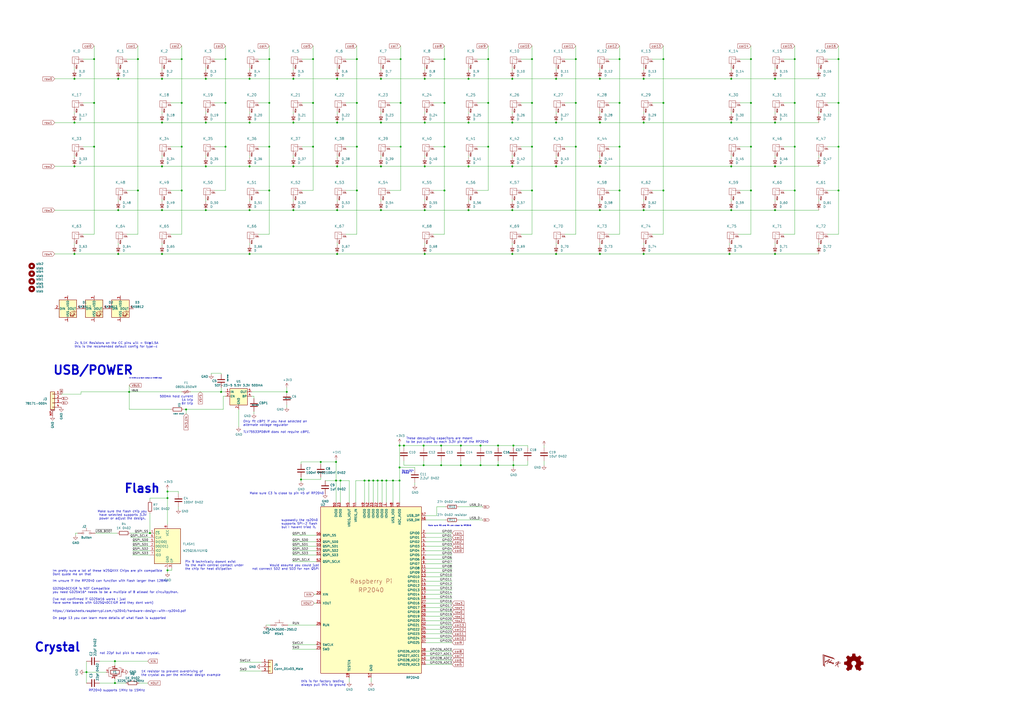
<source format=kicad_sch>
(kicad_sch (version 20230121) (generator eeschema)
  (paper "A2")
  (junction (at 347.98 45.72))
  (junction (at 93.98 147.32))
  (junction (at 373.38 45.72))
  (junction (at 219.075 278.765))
  (junction (at 224.155 278.765))
  (junction (at 359.41 34.29))
  (junction (at 156.21 34.29))
  (junction (at 449.58 71.12))
  (junction (at 461.01 34.29))
  (junction (at 435.61 34.29))
  (junction (at 424.18 45.72))
  (junction (at 308.61 110.49))
  (junction (at 144.78 45.72))
  (junction (at 384.81 110.49))
  (junction (at 74.93 227.33))
  (junction (at 246.38 45.72))
  (junction (at 283.21 85.09))
  (junction (at 373.38 71.12))
  (junction (at 449.58 45.72))
  (junction (at 156.21 59.69))
  (junction (at 257.81 85.09))
  (junction (at 347.98 71.12))
  (junction (at 195.58 147.32))
  (junction (at 271.78 45.72))
  (junction (at 246.38 71.12))
  (junction (at 170.18 96.52))
  (junction (at 334.01 85.09))
  (junction (at 232.41 85.09))
  (junction (at 119.38 45.72))
  (junction (at 297.18 45.72))
  (junction (at 93.98 96.52))
  (junction (at 347.98 147.32))
  (junction (at 170.18 45.72))
  (junction (at 267.335 269.875))
  (junction (at 278.765 269.875))
  (junction (at 384.81 34.29))
  (junction (at 194.945 278.765))
  (junction (at 255.905 258.445))
  (junction (at 128.27 227.33))
  (junction (at 144.78 96.52))
  (junction (at 486.41 59.69))
  (junction (at 156.21 85.09))
  (junction (at 435.61 85.09))
  (junction (at 231.775 278.765))
  (junction (at 97.155 330.835))
  (junction (at 181.61 59.69))
  (junction (at 449.58 121.92))
  (junction (at 54.61 34.29))
  (junction (at 186.055 267.97))
  (junction (at 43.18 71.12))
  (junction (at 308.61 59.69))
  (junction (at 181.61 34.29))
  (junction (at 486.41 34.29))
  (junction (at 156.21 110.49))
  (junction (at 207.01 59.69))
  (junction (at 43.18 147.32))
  (junction (at 347.98 121.92))
  (junction (at 220.98 71.12))
  (junction (at 80.01 110.49))
  (junction (at 373.38 121.92))
  (junction (at 105.41 85.09))
  (junction (at 66.675 383.54))
  (junction (at 216.535 278.765))
  (junction (at 297.18 96.52))
  (junction (at 257.81 59.69))
  (junction (at 271.78 121.92))
  (junction (at 66.675 396.24))
  (junction (at 80.01 34.29))
  (junction (at 359.41 59.69))
  (junction (at 322.58 147.32))
  (junction (at 105.41 34.29))
  (junction (at 288.925 269.875))
  (junction (at 334.01 34.29))
  (junction (at 255.905 269.875))
  (junction (at 288.925 258.445))
  (junction (at 195.58 71.12))
  (junction (at 424.18 96.52))
  (junction (at 245.745 258.445))
  (junction (at 297.18 71.12))
  (junction (at 43.18 96.52))
  (junction (at 130.81 34.29))
  (junction (at 384.81 59.69))
  (junction (at 144.78 121.92))
  (junction (at 119.38 121.92))
  (junction (at 207.01 110.49))
  (junction (at 195.58 45.72))
  (junction (at 93.98 121.92))
  (junction (at 424.18 71.12))
  (junction (at 195.58 96.52))
  (junction (at 221.615 278.765))
  (junction (at 257.81 110.49))
  (junction (at 297.18 121.92))
  (junction (at 486.41 85.09))
  (junction (at 43.18 45.72))
  (junction (at 232.41 59.69))
  (junction (at 267.335 258.445))
  (junction (at 322.58 96.52))
  (junction (at 461.01 59.69))
  (junction (at 246.38 121.92))
  (junction (at 297.815 269.875))
  (junction (at 207.01 85.09))
  (junction (at 166.37 227.33))
  (junction (at 68.58 147.32))
  (junction (at 119.38 96.52))
  (junction (at 207.01 34.29))
  (junction (at 68.58 121.92))
  (junction (at 461.01 110.49))
  (junction (at 359.41 85.09))
  (junction (at 246.38 147.32))
  (junction (at 197.485 278.765))
  (junction (at 54.61 85.09))
  (junction (at 322.58 71.12))
  (junction (at 308.61 34.29))
  (junction (at 174.625 278.13))
  (junction (at 97.155 285.115))
  (junction (at 170.18 121.92))
  (junction (at 195.58 121.92))
  (junction (at 68.58 45.72))
  (junction (at 347.98 96.52))
  (junction (at 359.41 110.49))
  (junction (at 213.995 278.765))
  (junction (at 334.01 59.69))
  (junction (at 283.21 34.29))
  (junction (at 211.455 278.765))
  (junction (at 231.775 258.445))
  (junction (at 449.58 147.32))
  (junction (at 435.61 110.49))
  (junction (at 227.965 278.765))
  (junction (at 461.01 85.09))
  (junction (at 271.78 96.52))
  (junction (at 105.41 110.49))
  (junction (at 220.98 45.72))
  (junction (at 231.775 271.145))
  (junction (at 119.38 71.12))
  (junction (at 130.81 85.09))
  (junction (at 486.41 110.49))
  (junction (at 130.81 59.69))
  (junction (at 246.38 96.52))
  (junction (at 107.95 237.49))
  (junction (at 435.61 59.69))
  (junction (at 423.164 147.32))
  (junction (at 97.155 288.925))
  (junction (at 424.18 121.92))
  (junction (at 144.78 71.12))
  (junction (at 220.98 96.52))
  (junction (at 278.765 258.445))
  (junction (at 297.18 147.32))
  (junction (at 105.41 59.69))
  (junction (at 234.315 258.445))
  (junction (at 194.945 267.97))
  (junction (at 322.58 45.72))
  (junction (at 232.41 34.29))
  (junction (at 373.38 147.32))
  (junction (at 50.165 389.89))
  (junction (at 181.61 85.09))
  (junction (at 220.98 121.92))
  (junction (at 297.815 258.445))
  (junction (at 54.61 59.69))
  (junction (at 271.78 71.12))
  (junction (at 449.58 96.52))
  (junction (at 144.78 147.32))
  (junction (at 283.21 59.69))
  (junction (at 86.995 309.245))
  (junction (at 308.61 85.09))
  (junction (at 93.98 45.72))
  (junction (at 245.745 269.875))
  (junction (at 93.98 71.12))
  (junction (at 257.81 34.29))
  (junction (at 170.18 71.12))
  (wire (pts (xy 99.06 110.49) (xy 105.41 110.49)))
  (wire (pts (xy 266.065 294.005) (xy 280.035 294.005)))
  (wire (pts (xy 449.58 96.52) (xy 474.98 96.52)))
  (wire (pts (xy 267.335 269.875) (xy 255.905 269.875)))
  (wire (pts (xy 130.81 34.29) (xy 130.81 59.69)))
  (wire (pts (xy 86.995 319.405) (xy 76.835 319.405)))
  (wire (pts (xy 424.18 64.77) (xy 424.18 66.04)))
  (wire (pts (xy 247.015 372.745) (xy 262.255 372.745)))
  (wire (pts (xy 353.06 110.49) (xy 359.41 110.49)))
  (wire (pts (xy 99.06 34.29) (xy 105.41 34.29)))
  (wire (pts (xy 378.46 135.89) (xy 384.81 135.89)))
  (wire (pts (xy 43.18 39.37) (xy 43.18 40.64)))
  (wire (pts (xy 35.56 228.6) (xy 46.99 228.6)))
  (wire (pts (xy 43.18 90.17) (xy 43.18 91.44)))
  (wire (pts (xy 461.01 135.89) (xy 461.01 110.49)))
  (wire (pts (xy 461.01 85.09) (xy 461.01 59.69)))
  (wire (pts (xy 297.18 64.77) (xy 297.18 66.04)))
  (wire (pts (xy 234.315 267.335) (xy 234.315 269.875)))
  (wire (pts (xy 429.26 85.09) (xy 435.61 85.09)))
  (wire (pts (xy 247.015 385.445) (xy 262.255 385.445)))
  (wire (pts (xy 246.38 140.97) (xy 246.38 142.24)))
  (wire (pts (xy 169.545 319.405) (xy 183.515 319.405)))
  (wire (pts (xy 486.41 85.09) (xy 486.41 59.69)))
  (wire (pts (xy 93.98 121.92) (xy 119.38 121.92)))
  (wire (pts (xy 170.18 39.37) (xy 170.18 40.64)))
  (wire (pts (xy 194.945 278.765) (xy 188.595 278.765)))
  (wire (pts (xy 139.065 389.255) (xy 151.765 389.255)))
  (wire (pts (xy 247.015 360.045) (xy 262.255 360.045)))
  (wire (pts (xy 183.515 310.515) (xy 169.545 310.515)))
  (wire (pts (xy 322.58 64.77) (xy 322.58 66.04)))
  (wire (pts (xy 347.98 147.32) (xy 373.38 147.32)))
  (wire (pts (xy 234.315 259.715) (xy 234.315 258.445)))
  (wire (pts (xy 231.775 278.765) (xy 231.775 291.465)))
  (wire (pts (xy 144.78 71.12) (xy 170.18 71.12)))
  (wire (pts (xy 195.58 39.37) (xy 195.58 40.64)))
  (wire (pts (xy 93.98 64.77) (xy 93.98 66.04)))
  (wire (pts (xy 200.66 34.29) (xy 207.01 34.29)))
  (wire (pts (xy 169.545 316.865) (xy 183.515 316.865)))
  (wire (pts (xy 278.765 259.715) (xy 278.765 258.445)))
  (wire (pts (xy 181.61 110.49) (xy 181.61 85.09)))
  (wire (pts (xy 322.58 39.37) (xy 322.58 40.64)))
  (wire (pts (xy 181.61 34.29) (xy 181.61 59.69)))
  (wire (pts (xy 334.01 85.09) (xy 334.01 59.69)))
  (wire (pts (xy 156.845 362.585) (xy 154.305 362.585)))
  (wire (pts (xy 207.01 34.29) (xy 207.01 59.69)))
  (wire (pts (xy 213.995 291.465) (xy 213.995 278.765)))
  (wire (pts (xy 46.99 228.6) (xy 46.99 227.33)))
  (wire (pts (xy 107.95 237.49) (xy 107.95 240.03)))
  (wire (pts (xy 308.61 34.29) (xy 308.61 59.69)))
  (wire (pts (xy 67.945 309.245) (xy 55.245 309.245)))
  (wire (pts (xy 195.58 121.92) (xy 220.98 121.92)))
  (wire (pts (xy 211.455 291.465) (xy 211.455 278.765)))
  (wire (pts (xy 276.86 110.49) (xy 283.21 110.49)))
  (wire (pts (xy 97.155 330.835) (xy 99.695 330.835)))
  (wire (pts (xy 231.775 271.145) (xy 240.665 271.145)))
  (wire (pts (xy 186.055 269.24) (xy 186.055 267.97)))
  (wire (pts (xy 347.98 90.17) (xy 347.98 91.44)))
  (wire (pts (xy 240.665 272.415) (xy 240.665 271.145)))
  (wire (pts (xy 119.38 90.17) (xy 119.38 91.44)))
  (wire (pts (xy 195.58 140.97) (xy 195.58 142.24)))
  (wire (pts (xy 232.41 110.49) (xy 232.41 85.09)))
  (wire (pts (xy 251.46 135.89) (xy 257.81 135.89)))
  (wire (pts (xy 99.06 135.89) (xy 105.41 135.89)))
  (wire (pts (xy 315.595 258.445) (xy 315.595 259.715)))
  (wire (pts (xy 302.26 59.69) (xy 308.61 59.69)))
  (wire (pts (xy 43.815 309.245) (xy 43.815 310.515)))
  (wire (pts (xy 31.75 71.12) (xy 43.18 71.12)))
  (wire (pts (xy 43.18 45.72) (xy 68.58 45.72)))
  (wire (pts (xy 170.18 115.57) (xy 170.18 116.84)))
  (wire (pts (xy 322.58 45.72) (xy 347.98 45.72)))
  (wire (pts (xy 234.315 258.445) (xy 245.745 258.445)))
  (wire (pts (xy 429.26 34.29) (xy 435.61 34.29)))
  (wire (pts (xy 224.155 278.765) (xy 227.965 278.765)))
  (wire (pts (xy 347.98 39.37) (xy 347.98 40.64)))
  (wire (pts (xy 247.015 342.265) (xy 262.255 342.265)))
  (wire (pts (xy 68.58 39.37) (xy 68.58 40.64)))
  (wire (pts (xy 308.61 85.09) (xy 308.61 59.69)))
  (wire (pts (xy 315.595 267.335) (xy 315.595 269.875)))
  (wire (pts (xy 97.155 285.115) (xy 97.155 288.925)))
  (wire (pts (xy 449.58 39.37) (xy 449.58 40.64)))
  (wire (pts (xy 231.775 258.445) (xy 231.775 271.145)))
  (wire (pts (xy 174.625 278.13) (xy 174.625 279.4)))
  (wire (pts (xy 86.995 321.945) (xy 76.835 321.945)))
  (wire (pts (xy 461.01 26.67) (xy 461.01 34.29)))
  (wire (pts (xy 251.46 85.09) (xy 257.81 85.09)))
  (wire (pts (xy 202.565 291.465) (xy 202.565 278.765)))
  (wire (pts (xy 147.32 240.03) (xy 147.32 238.76)))
  (wire (pts (xy 181.61 85.09) (xy 181.61 59.69)))
  (wire (pts (xy 283.21 110.49) (xy 283.21 85.09)))
  (wire (pts (xy 297.18 90.17) (xy 297.18 91.44)))
  (wire (pts (xy 353.06 59.69) (xy 359.41 59.69)))
  (wire (pts (xy 271.78 96.52) (xy 297.18 96.52)))
  (wire (pts (xy 246.38 64.77) (xy 246.38 66.04)))
  (wire (pts (xy 232.41 85.09) (xy 232.41 59.69)))
  (wire (pts (xy 461.01 34.29) (xy 461.01 59.69)))
  (wire (pts (xy 73.66 34.29) (xy 80.01 34.29)))
  (wire (pts (xy 231.775 257.175) (xy 231.775 258.445)))
  (wire (pts (xy 144.78 39.37) (xy 144.78 40.64)))
  (wire (pts (xy 474.98 90.17) (xy 474.98 91.44)))
  (wire (pts (xy 461.01 110.49) (xy 461.01 85.09)))
  (wire (pts (xy 80.01 135.89) (xy 80.01 110.49)))
  (wire (pts (xy 347.98 64.77) (xy 347.98 66.04)))
  (wire (pts (xy 195.58 90.17) (xy 195.58 91.44)))
  (wire (pts (xy 156.21 26.67) (xy 156.21 34.29)))
  (wire (pts (xy 247.015 354.965) (xy 262.255 354.965)))
  (wire (pts (xy 297.18 71.12) (xy 322.58 71.12)))
  (wire (pts (xy 327.66 85.09) (xy 334.01 85.09)))
  (wire (pts (xy 99.06 237.49) (xy 74.93 237.49)))
  (wire (pts (xy 93.98 140.97) (xy 93.98 142.24)))
  (wire (pts (xy 454.66 110.49) (xy 461.01 110.49)))
  (wire (pts (xy 86.995 297.815) (xy 86.995 309.245)))
  (wire (pts (xy 50.165 389.89) (xy 48.895 389.89)))
  (wire (pts (xy 297.815 267.335) (xy 297.815 269.875)))
  (wire (pts (xy 231.775 271.145) (xy 231.775 278.765)))
  (wire (pts (xy 435.61 34.29) (xy 435.61 59.69)))
  (wire (pts (xy 119.38 45.72) (xy 144.78 45.72)))
  (wire (pts (xy 170.18 121.92) (xy 195.58 121.92)))
  (wire (pts (xy 149.86 34.29) (xy 156.21 34.29)))
  (wire (pts (xy 130.81 110.49) (xy 130.81 85.09)))
  (wire (pts (xy 247.015 352.425) (xy 262.255 352.425)))
  (wire (pts (xy 378.46 110.49) (xy 384.81 110.49)))
  (wire (pts (xy 247.015 339.725) (xy 262.255 339.725)))
  (wire (pts (xy 308.61 110.49) (xy 308.61 85.09)))
  (wire (pts (xy 247.015 334.645) (xy 262.255 334.645)))
  (wire (pts (xy 334.01 34.29) (xy 334.01 59.69)))
  (wire (pts (xy 197.485 278.765) (xy 194.945 278.765)))
  (wire (pts (xy 271.78 121.92) (xy 297.18 121.92)))
  (wire (pts (xy 255.905 259.715) (xy 255.905 258.445)))
  (wire (pts (xy 373.38 45.72) (xy 424.18 45.72)))
  (wire (pts (xy 359.41 85.09) (xy 359.41 59.69)))
  (wire (pts (xy 149.86 85.09) (xy 156.21 85.09)))
  (wire (pts (xy 353.06 34.29) (xy 359.41 34.29)))
  (wire (pts (xy 80.645 396.24) (xy 85.725 396.24)))
  (wire (pts (xy 424.18 39.37) (xy 424.18 40.64)))
  (wire (pts (xy 73.66 135.89) (xy 80.01 135.89)))
  (wire (pts (xy 128.27 224.79) (xy 128.27 227.33)))
  (wire (pts (xy 207.01 135.89) (xy 207.01 110.49)))
  (wire (pts (xy 474.98 64.77) (xy 474.98 66.04)))
  (wire (pts (xy 247.015 377.825) (xy 262.255 377.825)))
  (wire (pts (xy 424.18 71.12) (xy 449.58 71.12)))
  (wire (pts (xy 119.38 96.52) (xy 144.78 96.52)))
  (wire (pts (xy 220.98 115.57) (xy 220.98 116.84)))
  (wire (pts (xy 99.695 330.835) (xy 99.695 329.565)))
  (wire (pts (xy 266.065 301.625) (xy 280.035 301.625)))
  (wire (pts (xy 322.58 96.52) (xy 347.98 96.52)))
  (wire (pts (xy 130.81 26.67) (xy 130.81 34.29)))
  (wire (pts (xy 227.965 278.765) (xy 231.775 278.765)))
  (wire (pts (xy 486.41 110.49) (xy 486.41 85.09)))
  (wire (pts (xy 54.61 26.67) (xy 54.61 34.29)))
  (wire (pts (xy 226.06 34.29) (xy 232.41 34.29)))
  (wire (pts (xy 220.98 121.92) (xy 246.38 121.92)))
  (wire (pts (xy 247.015 337.185) (xy 262.255 337.185)))
  (wire (pts (xy 306.07 258.445) (xy 297.815 258.445)))
  (wire (pts (xy 327.66 34.29) (xy 334.01 34.29)))
  (wire (pts (xy 480.06 85.09) (xy 486.41 85.09)))
  (wire (pts (xy 170.18 96.52) (xy 195.58 96.52)))
  (wire (pts (xy 454.66 59.69) (xy 461.01 59.69)))
  (wire (pts (xy 334.01 135.89) (xy 334.01 85.09)))
  (wire (pts (xy 220.98 90.17) (xy 220.98 91.44)))
  (wire (pts (xy 43.18 64.77) (xy 43.18 66.04)))
  (wire (pts (xy 68.58 140.97) (xy 68.58 142.24)))
  (wire (pts (xy 183.515 374.015) (xy 169.545 374.015)))
  (wire (pts (xy 194.945 266.7) (xy 194.945 267.97)))
  (wire (pts (xy 73.66 110.49) (xy 80.01 110.49)))
  (wire (pts (xy 170.18 71.12) (xy 195.58 71.12)))
  (wire (pts (xy 129.54 229.87) (xy 130.81 229.87)))
  (wire (pts (xy 226.06 59.69) (xy 232.41 59.69)))
  (wire (pts (xy 232.41 26.67) (xy 232.41 34.29)))
  (wire (pts (xy 297.18 147.32) (xy 322.58 147.32)))
  (wire (pts (xy 119.38 64.77) (xy 119.38 66.04)))
  (wire (pts (xy 105.41 26.67) (xy 105.41 34.29)))
  (wire (pts (xy 246.38 39.37) (xy 246.38 40.64)))
  (wire (pts (xy 246.38 121.92) (xy 271.78 121.92)))
  (wire (pts (xy 454.66 34.29) (xy 461.01 34.29)))
  (wire (pts (xy 105.41 85.09) (xy 105.41 59.69)))
  (wire (pts (xy 202.565 278.765) (xy 197.485 278.765)))
  (wire (pts (xy 306.07 267.335) (xy 306.07 269.875)))
  (wire (pts (xy 186.055 267.97) (xy 194.945 267.97)))
  (wire (pts (xy 247.015 332.105) (xy 262.255 332.105)))
  (wire (pts (xy 31.75 45.72) (xy 43.18 45.72)))
  (wire (pts (xy 169.545 321.945) (xy 183.515 321.945)))
  (wire (pts (xy 449.58 45.72) (xy 474.98 45.72)))
  (wire (pts (xy 195.58 115.57) (xy 195.58 116.84)))
  (wire (pts (xy 247.015 365.125) (xy 262.255 365.125)))
  (wire (pts (xy 105.41 34.29) (xy 105.41 59.69)))
  (wire (pts (xy 454.66 85.09) (xy 461.01 85.09)))
  (wire (pts (xy 54.61 85.09) (xy 54.61 59.69)))
  (wire (pts (xy 247.015 321.945) (xy 262.255 321.945)))
  (wire (pts (xy 167.005 362.585) (xy 183.515 362.585)))
  (wire (pts (xy 253.365 294.005) (xy 253.365 299.085)))
  (wire (pts (xy 66.675 396.24) (xy 66.675 393.7)))
  (wire (pts (xy 183.515 349.885) (xy 182.245 349.885)))
  (wire (pts (xy 247.015 347.345) (xy 262.255 347.345)))
  (wire (pts (xy 207.01 85.09) (xy 207.01 59.69)))
  (wire (pts (xy 156.21 135.89) (xy 156.21 110.49)))
  (wire (pts (xy 234.315 269.875) (xy 245.745 269.875)))
  (wire (pts (xy 43.18 140.97) (xy 43.18 142.24)))
  (wire (pts (xy 251.46 59.69) (xy 257.81 59.69)))
  (wire (pts (xy 454.66 135.89) (xy 461.01 135.89)))
  (wire (pts (xy 247.015 324.485) (xy 262.255 324.485)))
  (wire (pts (xy 276.86 34.29) (xy 283.21 34.29)))
  (wire (pts (xy 97.155 330.835) (xy 97.155 332.105)))
  (wire (pts (xy 144.78 115.57) (xy 144.78 116.84)))
  (wire (pts (xy 106.68 237.49) (xy 107.95 237.49)))
  (wire (pts (xy 267.335 267.335) (xy 267.335 269.875)))
  (wire (pts (xy 297.18 96.52) (xy 322.58 96.52)))
  (wire (pts (xy 68.58 115.57) (xy 68.58 116.84)))
  (wire (pts (xy 45.085 309.245) (xy 43.815 309.245)))
  (wire (pts (xy 246.38 115.57) (xy 246.38 116.84)))
  (wire (pts (xy 149.86 135.89) (xy 156.21 135.89)))
  (wire (pts (xy 175.26 34.29) (xy 181.61 34.29)))
  (wire (pts (xy 194.945 267.97) (xy 194.945 278.765)))
  (wire (pts (xy 175.26 59.69) (xy 181.61 59.69)))
  (wire (pts (xy 278.765 267.335) (xy 278.765 269.875)))
  (wire (pts (xy 253.365 294.005) (xy 258.445 294.005)))
  (wire (pts (xy 245.745 269.875) (xy 255.905 269.875)))
  (wire (pts (xy 43.18 71.12) (xy 93.98 71.12)))
  (wire (pts (xy 124.46 34.29) (xy 130.81 34.29)))
  (wire (pts (xy 276.86 85.09) (xy 283.21 85.09)))
  (wire (pts (xy 247.015 329.565) (xy 262.255 329.565)))
  (wire (pts (xy 221.615 291.465) (xy 221.615 278.765)))
  (wire (pts (xy 220.98 39.37) (xy 220.98 40.64)))
  (wire (pts (xy 200.66 59.69) (xy 207.01 59.69)))
  (wire (pts (xy 449.58 140.97) (xy 449.58 142.24)))
  (wire (pts (xy 174.625 267.97) (xy 186.055 267.97)))
  (wire (pts (xy 247.015 316.865) (xy 262.255 316.865)))
  (wire (pts (xy 93.98 147.32) (xy 144.78 147.32)))
  (wire (pts (xy 144.78 121.92) (xy 170.18 121.92)))
  (wire (pts (xy 68.58 45.72) (xy 93.98 45.72)))
  (wire (pts (xy 288.925 258.445) (xy 297.815 258.445)))
  (wire (pts (xy 48.26 85.09) (xy 54.61 85.09)))
  (wire (pts (xy 271.78 71.12) (xy 297.18 71.12)))
  (wire (pts (xy 297.18 115.57) (xy 297.18 116.84)))
  (wire (pts (xy 271.78 39.37) (xy 271.78 40.64)))
  (wire (pts (xy 174.625 269.24) (xy 174.625 267.97)))
  (wire (pts (xy 322.58 90.17) (xy 322.58 91.44)))
  (wire (pts (xy 156.21 110.49) (xy 156.21 85.09)))
  (wire (pts (xy 144.78 45.72) (xy 170.18 45.72)))
  (wire (pts (xy 384.81 110.49) (xy 384.81 59.69)))
  (wire (pts (xy 373.38 71.12) (xy 424.18 71.12)))
  (wire (pts (xy 288.925 267.335) (xy 288.925 269.875)))
  (wire (pts (xy 183.515 325.755) (xy 169.545 325.755)))
  (wire (pts (xy 151.765 384.175) (xy 139.065 384.175)))
  (wire (pts (xy 195.58 96.52) (xy 220.98 96.52)))
  (wire (pts (xy 197.485 291.465) (xy 197.485 278.765)))
  (wire (pts (xy 103.505 285.115) (xy 97.155 285.115)))
  (wire (pts (xy 200.66 135.89) (xy 207.01 135.89)))
  (wire (pts (xy 226.06 85.09) (xy 232.41 85.09)))
  (wire (pts (xy 124.46 110.49) (xy 130.81 110.49)))
  (wire (pts (xy 246.38 96.52) (xy 271.78 96.52)))
  (wire (pts (xy 308.61 26.67) (xy 308.61 34.29)))
  (wire (pts (xy 347.98 140.97) (xy 347.98 142.24)))
  (wire (pts (xy 247.015 367.665) (xy 262.255 367.665)))
  (wire (pts (xy 68.58 121.92) (xy 93.98 121.92)))
  (wire (pts (xy 66.675 386.08) (xy 66.675 383.54)))
  (wire (pts (xy 247.015 362.585) (xy 262.255 362.585)))
  (wire (pts (xy 175.26 85.09) (xy 181.61 85.09)))
  (wire (pts (xy 257.81 110.49) (xy 257.81 85.09)))
  (wire (pts (xy 66.675 396.24) (xy 57.785 396.24)))
  (wire (pts (xy 373.38 121.92) (xy 424.18 121.92)))
  (wire (pts (xy 93.98 96.52) (xy 119.38 96.52)))
  (wire (pts (xy 424.18 121.92) (xy 449.58 121.92)))
  (wire (pts (xy 283.21 34.29) (xy 283.21 59.69)))
  (wire (pts (xy 50.165 396.24) (xy 50.165 389.89)))
  (wire (pts (xy 170.18 45.72) (xy 195.58 45.72)))
  (wire (pts (xy 255.905 258.445) (xy 267.335 258.445)))
  (wire (pts (xy 224.155 278.765) (xy 224.155 291.465)))
  (wire (pts (xy 247.015 301.625) (xy 258.445 301.625)))
  (wire (pts (xy 247.015 382.905) (xy 262.255 382.905)))
  (wire (pts (xy 122.555 216.535) (xy 122.555 217.17)))
  (wire (pts (xy 247.015 309.245) (xy 262.255 309.245)))
  (wire (pts (xy 302.26 135.89) (xy 308.61 135.89)))
  (wire (pts (xy 297.18 140.97) (xy 297.18 142.24)))
  (wire (pts (xy 246.38 90.17) (xy 246.38 91.44)))
  (wire (pts (xy 449.58 90.17) (xy 449.58 91.44)))
  (wire (pts (xy 43.18 96.52) (xy 93.98 96.52)))
  (wire (pts (xy 247.015 370.205) (xy 262.255 370.205)))
  (wire (pts (xy 75.565 311.785) (xy 86.995 311.785)))
  (wire (pts (xy 424.18 45.72) (xy 449.58 45.72)))
  (wire (pts (xy 247.015 311.785) (xy 262.255 311.785)))
  (wire (pts (xy 257.81 34.29) (xy 257.81 59.69)))
  (wire (pts (xy 144.78 96.52) (xy 170.18 96.52)))
  (wire (pts (xy 211.455 278.765) (xy 213.995 278.765)))
  (wire (pts (xy 449.58 71.12) (xy 474.98 71.12)))
  (wire (pts (xy 80.01 26.67) (xy 80.01 34.29)))
  (wire (pts (xy 347.98 45.72) (xy 373.38 45.72)))
  (wire (pts (xy 50.165 389.89) (xy 50.165 383.54)))
  (wire (pts (xy 213.995 278.765) (xy 216.535 278.765)))
  (wire (pts (xy 297.815 271.145) (xy 297.815 269.875)))
  (wire (pts (xy 240.665 280.035) (xy 240.665 281.305)))
  (wire (pts (xy 480.06 59.69) (xy 486.41 59.69)))
  (wire (pts (xy 231.775 258.445) (xy 234.315 258.445)))
  (wire (pts (xy 353.06 135.89) (xy 359.41 135.89)))
  (wire (pts (xy 449.58 115.57) (xy 449.58 116.84)))
  (wire (pts (xy 247.015 349.885) (xy 262.255 349.885)))
  (wire (pts (xy 257.81 26.67) (xy 257.81 34.29)))
  (wire (pts (xy 226.06 110.49) (xy 232.41 110.49)))
  (wire (pts (xy 99.06 59.69) (xy 105.41 59.69)))
  (wire (pts (xy 283.21 85.09) (xy 283.21 59.69)))
  (wire (pts (xy 74.93 237.49) (xy 74.93 227.33)))
  (wire (pts (xy 195.58 45.72) (xy 220.98 45.72)))
  (wire (pts (xy 246.38 147.32) (xy 297.18 147.32)))
  (wire (pts (xy 428.244 135.89) (xy 435.61 135.89)))
  (wire (pts (xy 50.165 389.89) (xy 61.595 389.89)))
  (wire (pts (xy 322.58 147.32) (xy 347.98 147.32)))
  (wire (pts (xy 200.66 85.09) (xy 207.01 85.09)))
  (wire (pts (xy 247.015 357.505) (xy 262.255 357.505)))
  (wire (pts (xy 302.26 110.49) (xy 308.61 110.49)))
  (wire (pts (xy 255.905 267.335) (xy 255.905 269.875)))
  (wire (pts (xy 267.335 258.445) (xy 278.765 258.445)))
  (wire (pts (xy 194.945 278.765) (xy 194.945 291.465)))
  (wire (pts (xy 247.015 314.325) (xy 262.255 314.325)))
  (wire (pts (xy 283.21 26.67) (xy 283.21 34.29)))
  (wire (pts (xy 86.995 288.925) (xy 97.155 288.925)))
  (wire (pts (xy 119.38 121.92) (xy 144.78 121.92)))
  (wire (pts (xy 195.58 71.12) (xy 220.98 71.12)))
  (wire (pts (xy 174.625 276.86) (xy 174.625 278.13)))
  (wire (pts (xy 54.61 135.89) (xy 54.61 85.09)))
  (wire (pts (xy 147.32 229.87) (xy 146.05 229.87)))
  (wire (pts (xy 435.61 85.09) (xy 435.61 110.49)))
  (wire (pts (xy 48.26 135.89) (xy 54.61 135.89)))
  (wire (pts (xy 68.58 147.32) (xy 93.98 147.32)))
  (wire (pts (xy 245.745 258.445) (xy 255.905 258.445)))
  (wire (pts (xy 149.86 59.69) (xy 156.21 59.69)))
  (wire (pts (xy 129.54 229.87) (xy 129.54 237.49)))
  (wire (pts (xy 327.66 59.69) (xy 334.01 59.69)))
  (wire (pts (xy 207.01 26.67) (xy 207.01 34.29)))
  (wire (pts (xy 174.625 278.13) (xy 186.055 278.13)))
  (wire (pts (xy 93.98 115.57) (xy 93.98 116.84)))
  (wire (pts (xy 93.98 90.17) (xy 93.98 91.44)))
  (wire (pts (xy 220.98 64.77) (xy 220.98 66.04)))
  (wire (pts (xy 424.18 115.57) (xy 424.18 116.84)))
  (wire (pts (xy 144.78 64.77) (xy 144.78 66.04)))
  (wire (pts (xy 200.66 110.49) (xy 207.01 110.49)))
  (wire (pts (xy 128.27 227.33) (xy 130.81 227.33)))
  (wire (pts (xy 128.27 216.535) (xy 128.27 217.17)))
  (wire (pts (xy 435.61 110.49) (xy 435.61 135.89)))
  (wire (pts (xy 97.155 283.845) (xy 97.155 285.115)))
  (wire (pts (xy 247.015 380.365) (xy 262.255 380.365)))
  (wire (pts (xy 156.21 34.29) (xy 156.21 59.69)))
  (wire (pts (xy 347.98 115.57) (xy 347.98 116.84)))
  (wire (pts (xy 486.41 135.89) (xy 486.41 110.49)))
  (wire (pts (xy 99.06 85.09) (xy 105.41 85.09)))
  (wire (pts (xy 170.18 90.17) (xy 170.18 91.44)))
  (wire (pts (xy 144.78 90.17) (xy 144.78 91.44)))
  (wire (pts (xy 245.745 259.715) (xy 245.745 258.445)))
  (wire (pts (xy 480.06 110.49) (xy 486.41 110.49)))
  (wire (pts (xy 278.765 258.445) (xy 288.925 258.445)))
  (wire (pts (xy 373.38 115.57) (xy 373.38 116.84)))
  (wire (pts (xy 288.925 269.875) (xy 278.765 269.875)))
  (wire (pts (xy 474.98 39.37) (xy 474.98 40.64)))
  (wire (pts (xy 353.06 85.09) (xy 359.41 85.09)))
  (wire (pts (xy 278.765 269.875) (xy 267.335 269.875)))
  (wire (pts (xy 105.41 135.89) (xy 105.41 110.49)))
  (wire (pts (xy 144.78 147.32) (xy 195.58 147.32)))
  (wire (pts (xy 93.98 45.72) (xy 119.38 45.72)))
  (wire (pts (xy 271.78 90.17) (xy 271.78 91.44)))
  (wire (pts (xy 195.58 64.77) (xy 195.58 66.04)))
  (wire (pts (xy 86.995 290.195) (xy 86.995 288.925)))
  (wire (pts (xy 247.015 344.805) (xy 262.255 344.805)))
  (wire (pts (xy 76.835 316.865) (xy 86.995 316.865)))
  (wire (pts (xy 251.46 110.49) (xy 257.81 110.49)))
  (wire (pts (xy 257.81 85.09) (xy 257.81 59.69)))
  (wire (pts (xy 207.01 110.49) (xy 207.01 85.09)))
  (wire (pts (xy 449.58 121.92) (xy 474.98 121.92)))
  (wire (pts (xy 107.95 237.49) (xy 129.54 237.49)))
  (wire (pts (xy 170.18 64.77) (xy 170.18 66.04)))
  (wire (pts (xy 267.335 259.715) (xy 267.335 258.445)))
  (wire (pts (xy 119.38 115.57) (xy 119.38 116.84)))
  (wire (pts (xy 474.98 140.97) (xy 474.98 142.24)))
  (wire (pts (xy 359.41 26.67) (xy 359.41 34.29)))
  (wire (pts (xy 297.18 45.72) (xy 322.58 45.72)))
  (wire (pts (xy 144.78 140.97) (xy 144.78 142.24)))
  (wire (pts (xy 166.37 224.79) (xy 166.37 227.33)))
  (wire (pts (xy 449.58 147.32) (xy 474.98 147.32)))
  (wire (pts (xy 220.98 45.72) (xy 246.38 45.72)))
  (wire (pts (xy 182.245 344.805) (xy 183.515 344.805)))
  (wire (pts (xy 247.015 299.085) (xy 253.365 299.085)))
  (wire (pts (xy 327.66 135.89) (xy 334.01 135.89)))
  (wire (pts (xy 66.675 383.54) (xy 85.725 383.54)))
  (wire (pts (xy 103.505 294.005) (xy 103.505 295.275)))
  (wire (pts (xy 423.164 147.32) (xy 449.58 147.32)))
  (wire (pts (xy 429.26 59.69) (xy 435.61 59.69)))
  (wire (pts (xy 110.49 227.33) (xy 128.27 227.33)))
  (wire (pts (xy 105.41 110.49) (xy 105.41 85.09)))
  (wire (pts (xy 373.38 140.97) (xy 373.38 142.24)))
  (wire (pts (xy 297.18 39.37) (xy 297.18 40.64)))
  (wire (pts (xy 221.615 278.765) (xy 224.155 278.765)))
  (wire (pts (xy 347.98 71.12) (xy 373.38 71.12)))
  (wire (pts (xy 334.01 26.67) (xy 334.01 34.29)))
  (wire (pts (xy 435.61 85.09) (xy 435.61 59.69)))
  (wire (pts (xy 48.26 59.69) (xy 54.61 59.69)))
  (wire (pts (xy 359.41 34.29) (xy 359.41 59.69)))
  (wire (pts (xy 124.46 59.69) (xy 130.81 59.69)))
  (wire (pts (xy 322.58 71.12) (xy 347.98 71.12)))
  (wire (pts (xy 146.05 227.33) (xy 166.37 227.33)))
  (wire (pts (xy 246.38 71.12) (xy 271.78 71.12)))
  (wire (pts (xy 97.155 288.925) (xy 97.155 304.165)))
  (wire (pts (xy 378.46 34.29) (xy 384.81 34.29)))
  (wire (pts (xy 486.41 34.29) (xy 486.41 59.69)))
  (wire (pts (xy 220.98 71.12) (xy 246.38 71.12)))
  (wire (pts (xy 384.81 135.89) (xy 384.81 110.49)))
  (wire (pts (xy 288.925 258.445) (xy 288.925 259.715)))
  (wire (pts (xy 74.93 227.33) (xy 74.93 223.52)))
  (wire (pts (xy 257.81 135.89) (xy 257.81 110.49)))
  (wire (pts (xy 206.375 291.465) (xy 206.375 278.765)))
  (wire (pts (xy 119.38 71.12) (xy 144.78 71.12)))
  (wire (pts (xy 302.26 85.09) (xy 308.61 85.09)))
  (wire (pts (xy 31.75 147.32) (xy 43.18 147.32)))
  (wire (pts (xy 31.75 96.52) (xy 43.18 96.52)))
  (wire (pts (xy 31.75 121.92) (xy 68.58 121.92)))
  (wire (pts (xy 219.075 278.765) (xy 221.615 278.765)))
  (wire (pts (xy 435.61 26.67) (xy 435.61 34.29)))
  (wire (pts (xy 73.025 396.24) (xy 66.675 396.24)))
  (wire (pts (xy 424.18 90.17) (xy 424.18 91.44)))
  (wire (pts (xy 103.505 286.385) (xy 103.505 285.115)))
  (wire (pts (xy 246.38 45.72) (xy 271.78 45.72)))
  (wire (pts (xy 175.26 110.49) (xy 181.61 110.49)))
  (wire (pts (xy 86.995 314.325) (xy 76.835 314.325)))
  (wire (pts (xy 93.98 71.12) (xy 119.38 71.12)))
  (wire (pts (xy 149.86 110.49) (xy 156.21 110.49)))
  (wire (pts (xy 373.38 147.32) (xy 423.164 147.32)))
  (wire (pts (xy 147.32 231.14) (xy 147.32 229.87)))
  (wire (pts (xy 373.38 64.77) (xy 373.38 66.04)))
  (wire (pts (xy 480.06 135.89) (xy 486.41 135.89)))
  (wire (pts (xy 247.015 319.405) (xy 262.255 319.405)))
  (wire (pts (xy 373.38 39.37) (xy 373.38 40.64)))
  (wire (pts (xy 93.98 39.37) (xy 93.98 40.64)))
  (wire (pts (xy 247.015 327.025) (xy 262.255 327.025)))
  (wire (pts (xy 138.43 237.49) (xy 138.43 247.65)))
  (wire (pts (xy 251.46 34.29) (xy 257.81 34.29)))
  (wire (pts (xy 449.58 64.77) (xy 449.58 66.04)))
  (wire (pts (xy 359.41 135.89) (xy 359.41 110.49)))
  (wire (pts (xy 271.78 64.77) (xy 271.78 66.04)))
  (wire (pts (xy 124.46 85.09) (xy 130.81 85.09)))
  (wire (pts (xy 276.86 59.69) (xy 283.21 59.69)))
  (wire (pts (xy 297.18 121.92) (xy 347.98 121.92)))
  (wire (pts (xy 75.565 309.245) (xy 86.995 309.245)))
  (wire (pts (xy 156.21 85.09) (xy 156.21 59.69)))
  (wire (pts (xy 181.61 26.67) (xy 181.61 34.29)))
  (wire (pts (xy 216.535 291.465) (xy 216.535 278.765)))
  (wire (pts (xy 186.055 278.13) (xy 186.055 276.86)))
  (wire (pts (xy 271.78 115.57) (xy 271.78 116.84)))
  (wire (pts (xy 322.58 140.97) (xy 322.58 142.24)))
  (wire (pts (xy 80.01 34.29) (xy 80.01 110.49)))
  (wire (pts (xy 245.745 269.875) (xy 245.745 267.335)))
  (wire (pts (xy 119.38 39.37) (xy 119.38 40.64)))
  (wire (pts (xy 130.81 85.09) (xy 130.81 59.69)))
  (wire (pts (xy 46.99 227.33) (xy 74.93 227.33)))
  (wire (pts (xy 48.26 34.29) (xy 54.61 34.29)))
  (wire (pts (xy 219.075 291.465) (xy 219.075 278.765)))
  (wire (pts (xy 215.265 393.065) (xy 215.265 395.605)))
  (wire (pts (xy 54.61 34.29) (xy 54.61 59.69)))
  (wire (pts (xy 195.58 147.32) (xy 246.38 147.32)))
  (wire (pts (xy 384.81 26.67) (xy 384.81 34.29)))
  (wire (pts (xy 271.78 45.72) (xy 297.18 45.72)))
  (wire (pts (xy 97.155 330.835) (xy 97.155 329.565)))
  (wire (pts (xy 122.555 216.535) (xy 128.27 216.535)))
  (wire (pts (xy 306.07 269.875) (xy 297.815 269.875)))
  (wire (pts (xy 474.98 115.57) (xy 474.98 116.84)))
  (wire (pts (xy 347.98 96.52) (xy 424.18 96.52)))
  (wire (pts (xy 306.07 259.715) (xy 306.07 258.445)))
  (wire (pts (xy 302.26 34.29) (xy 308.61 34.29)))
  (wire (pts (xy 384.81 34.29) (xy 384.81 59.69)))
  (wire (pts (xy 232.41 34.29) (xy 232.41 59.69)))
  (wire (pts (xy 347.98 121.92) (xy 373.38 121.92)))
  (wire (pts (xy 429.26 110.49) (xy 435.61 110.49)))
  (wire (pts (xy 424.18 96.52) (xy 449.58 96.52)))
  (wire (pts (xy 202.565 393.065) (xy 202.565 395.605)))
  (wire (pts (xy 480.06 34.29) (xy 486.41 34.29)))
  (wire (pts (xy 423.164 140.97) (xy 423.164 142.24)))
  (wire (pts (xy 57.785 383.54) (xy 66.675 383.54)))
  (wire (pts (xy 486.41 26.67) (xy 486.41 34.29)))
  (wire (pts (xy 288.925 269.875) (xy 297.815 269.875)))
  (wire (pts (xy 220.98 96.52) (xy 246.38 96.52)))
  (wire (pts (xy 169.545 314.325) (xy 183.515 314.325)))
  (wire (pts (xy 359.41 110.49) (xy 359.41 85.09)))
  (wire (pts (xy 206.375 278.765) (xy 211.455 278.765)))
  (wire (pts (xy 183.515 376.555) (xy 169.545 376.555)))
  (wire (pts (xy 297.815 258.445) (xy 297.815 259.715)))
  (wire (pts (xy 227.965 291.465) (xy 227.965 278.765)))
  (wire (pts (xy 43.18 147.32) (xy 68.58 147.32)))
  (wire (pts (xy 74.93 227.33) (xy 105.41 227.33)))
  (wire (pts (xy 308.61 135.89) (xy 308.61 110.49)))
  (wire (pts (xy 378.46 59.69) (xy 384.81 59.69)))
  (wire (pts (xy 166.37 234.95) (xy 166.37 236.22)))
  (wire (pts (xy 216.535 278.765) (xy 219.075 278.765)))
  (text "Make sure C10 is\nclose to pin 44\nof RP2040\n" (at 233.045 274.955 0) (effects (font (size 0.5 0.5)) (justify left bottom)))
  (text "GD25Q40CEIGR is NOT Compatible\nyou need GD25W16* needs to be a multiple of 8 atleast for circuitpython.\n\n(Ive not confirmed if GD25W16 works I just \nHave some boards with GD25Q40CEIGR and they dont work)" (at 30.48 350.52 0) (effects (font (size 1.27 1.27)) (justify left bottom)))
  (text "Im unsure if the RP2040 can function with flash larger than 128Mb" (at 30.48 337.82 0) (effects (font (size 1.27 1.27)) (justify left bottom)))
  (text "Crystal" (at 19.685 378.46 0) (effects (font (size 5.0038 5.0038) (thickness 1.0008) bold) (justify left bottom)))
  (text "suposedly the rp2040\nsupports SPI-2 flash\nbut I havent tried it.\n" (at 163.195 306.705 0) (effects (font (size 1.27 1.27)) (justify left bottom)))
  (text "https://datasheets.raspberrypi.com/rp2040/hardware-design-with-rp2040.pdf\n\nOn page 13 you can learn more details of what flash is supported\n" (at 30.48 359.41 0) (effects (font (size 1.27 1.27)) (justify left bottom)))
  (text "Im pretty sure a lot of these W25QXXX Chips are pin compatible\nDont quote me on that" (at 30.48 334.01 0) (effects (font (size 1.27 1.27)) (justify left bottom)))
  (text "USB/POWER" (at 30.48 217.805 0) (effects (font (size 5.0038 5.0038) (thickness 1.0008) bold) (justify left bottom)))
  (text "Only fit cBP1 if you have selected an \nalternate voltage regulator\n\nTLV75533PDBVR does not require cBP1." (at 140.97 251.46 0) (effects (font (size 1.27 1.27) italic) (justify left bottom)))
  (text "RP2040 supports 1MHz to 15MHz" (at 51.435 401.32 0) (effects (font (size 1.27 1.27)) (justify left bottom)))
  (text "this is for factory testing\nalways pull this to ground" (at 174.625 398.145 0) (effects (font (size 1.27 1.27)) (justify left bottom)))
  (text "Make sure R3 and R4 are close to RP2040" (at 248.285 305.435 0) (effects (font (size 0.75 0.75)) (justify left bottom)))
  (text "These decoupling capacitors are meant\nto be put close by each 3.3V pin of the RP2040" (at 235.585 257.175 0) (effects (font (size 1.27 1.27)) (justify left bottom)))
  (text "1K resistor to prevent overdriving of \nthe crystal as per the minimal design example" (at 81.915 392.43 0) (effects (font (size 1.27 1.27)) (justify left bottom)))
  (text "500mA hold current\n1A trip\n6V trip" (at 112.014 234.95 0) (effects (font (size 1.27 1.27)) (justify right bottom)))
  (text "Make sure C3 is close to pin 45 of RP2040" (at 187.96 287.02 0) (effects (font (size 1.27 1.27)) (justify right bottom)))
  (text "D1 NEEDS to be 0omh resistor or 1N4002 diode" (at 74.93 219.71 0) (effects (font (size 0.508 0.508)) (justify left bottom)))
  (text "Flash" (at 71.755 286.385 0) (effects (font (size 5.0038 5.0038) (thickness 1.0008) bold) (justify left bottom)))
  (text "2x 5.1K Resistors on the CC pins will = 5V@1.5A\nthis is the recomended default config for type-c" (at 43.18 201.93 0) (effects (font (size 1.27 1.27)) (justify left bottom)))
  (text "not 22pf but pick to match crystal." (at 57.785 379.73 0) (effects (font (size 1.27 1.27)) (justify left bottom)))
  (text "Would assume you could just\nnot connect SD2 and SD3 for non QSPI" (at 185.039 330.835 0) (effects (font (size 1.27 1.27)) (justify right bottom)))
  (text "Pin 9 technically doesnt exist\nits the main central contact under\nthe chip for heat dicipation" (at 107.315 330.835 0) (effects (font (size 1.27 1.27)) (justify left bottom)))
  (text "Make sure the flash chip you\n have selected supports 3.3V\n power or adjust the design." (at 56.515 301.625 0) (effects (font (size 1.27 1.27)) (justify left bottom)))
  (label "GPIO29_ADC3" (at 262.255 385.445 180))
  (label "GPIO16" (at 262.255 349.885 180))
  (label "QSPI_SD1" (at 76.835 316.865 0))
  (label "GPIO26_ADC0" (at 262.255 377.825 180))
  (label "RUN" (at 169.545 362.585 0))
  (label "QSPI_SD2" (at 169.545 319.405 0))
  (label "GPIO24" (at 262.255 370.205 180))
  (label "GPIO8" (at 262.255 329.565 180))
  (label "SWD" (at 169.545 376.555 0))
  (label "QSPI_SD0" (at 76.835 314.325 0))
  (label "GPIO7" (at 262.255 327.025 180))
  (label "GPIO28_ADC2" (at 262.255 382.905 180))
  (label "~{USB_BOOT}" (at 55.245 309.245 0))
  (label "GPIO15" (at 262.255 347.345 180))
  (label "QSPI_SS" (at 169.545 310.515 0))
  (label "QSPI_SD3" (at 76.835 321.945 0))
  (label "GPIO12" (at 262.255 339.725 180))
  (label "GPIO19" (at 262.255 357.505 180))
  (label "GPIO1" (at 262.255 311.785 180))
  (label "USB_D-" (at 280.035 301.625 180))
  (label "GPIO4" (at 262.255 319.405 180))
  (label "GPIO14" (at 262.255 344.805 180))
  (label "SWD" (at 139.065 389.255 0))
  (label "GPIO13" (at 262.255 342.265 180))
  (label "GPIO6" (at 262.255 324.485 180))
  (label "VBUS" (at 76.2 227.33 0) (effects (font (size 0.9906 0.9906))))
  (label "QSPI_SS" (at 78.105 309.245 0))
  (label "GPIO9" (at 262.255 332.105 180))
  (label "SWCLK" (at 169.545 374.015 0))
  (label "GPIO22" (at 262.255 365.125 180))
  (label "SWCLK" (at 139.065 384.175 0))
  (label "GPIO0" (at 262.255 309.245 180))
  (label "USB_D+" (at 280.035 294.005 180))
  (label "GPIO21" (at 262.255 362.585 180))
  (label "GPIO5" (at 262.255 321.945 180))
  (label "GPIO2" (at 262.255 314.325 180))
  (label "GPIO17" (at 262.255 352.425 180))
  (label "QSPI_SD1" (at 169.545 316.865 0))
  (label "GPIO3" (at 262.255 316.865 180))
  (label "QSPI_SCLK" (at 75.565 311.785 0))
  (label "QSPI_SD0" (at 169.545 314.325 0))
  (label "GPIO18" (at 262.255 354.965 180))
  (label "QSPI_SD2" (at 76.835 319.405 0))
  (label "GPIO27_ADC1" (at 262.255 380.365 180))
  (label "GPIO11" (at 262.255 337.185 180))
  (label "QSPI_SD3" (at 169.545 321.945 0))
  (label "QSPI_SCLK" (at 169.545 325.755 0))
  (label "GPIO25" (at 262.255 372.745 180))
  (label "GPIO20" (at 262.255 360.045 180))
  (label "GPIO10" (at 262.255 334.645 180))
  (label "GPIO23" (at 262.255 367.665 180))
  (global_label "col12" (shape input) (at 262.255 365.125 0) (property "Intersheetrefs" "${INTERSHEET_REFS}" (effects hide)))
  (global_label "col11" (shape input) (at 334.01 26.67 180) (property "Intersheetrefs" "${INTERSHEET_REFS}" (effects hide)))
  (global_label "col5" (shape input) (at 181.61 26.67 180) (property "Intersheetrefs" "${INTERSHEET_REFS}" (effects hide)))
  (global_label "row2" (shape input) (at 262.255 360.045 0) (property "Intersheetrefs" "${INTERSHEET_REFS}" (effects hide)))
  (global_label "col1" (shape input) (at 80.01 26.67 180) (property "Intersheetrefs" "${INTERSHEET_REFS}" (effects hide)))
  (global_label "col3" (shape input) (at 130.81 26.67 180) (property "Intersheetrefs" "${INTERSHEET_REFS}" (effects hide)))
  (global_label "col0" (shape input) (at 262.255 319.405 0) (property "Intersheetrefs" "${INTERSHEET_REFS}" (effects hide)))
  (global_label "VBUS" (shape input) (at 74.93 223.52 0) (effects (font (size 1.2 1.2))) (property "Intersheetrefs" "${INTERSHEET_REFS}" (effects hide)))
  (global_label "row4" (shape input) (at 262.255 352.425 0) (property "Intersheetrefs" "${INTERSHEET_REFS}" (effects hide)))
  (global_label "D-" (shape bidirectional) (at 280.035 301.625 0) (effects (font (size 0.762 0.762))) (property "Intersheetrefs" "${INTERSHEET_REFS}" (effects hide)))
  (global_label "col6" (shape input) (at 262.255 382.905 0) (property "Intersheetrefs" "${INTERSHEET_REFS}" (effects hide)))
  (global_label "col13" (shape input) (at 384.81 26.67 180) (property "Intersheetrefs" "${INTERSHEET_REFS}" (effects hide)))
  (global_label "col1" (shape input) (at 262.255 316.865 0) (property "Intersheetrefs" "${INTERSHEET_REFS}" (effects hide)))
  (global_label "col16" (shape input) (at 486.41 26.67 180) (property "Intersheetrefs" "${INTERSHEET_REFS}" (effects hide)))
  (global_label "col9" (shape input) (at 283.21 26.67 180) (property "Intersheetrefs" "${INTERSHEET_REFS}" (effects hide)))
  (global_label "D+" (shape bidirectional) (at 280.035 294.005 0) (effects (font (size 0.762 0.762))) (property "Intersheetrefs" "${INTERSHEET_REFS}" (effects hide)))
  (global_label "col7" (shape input) (at 262.255 380.365 0) (property "Intersheetrefs" "${INTERSHEET_REFS}" (effects hide)))
  (global_label "XOUT" (shape input) (at 182.245 349.885 180) (property "Intersheetrefs" "${INTERSHEET_REFS}" (effects hide)))
  (global_label "3V3_EN" (shape input) (at 107.95 240.03 270) (property "Intersheetrefs" "${INTERSHEET_REFS}" (effects hide)))
  (global_label "col7" (shape input) (at 232.41 26.67 180) (property "Intersheetrefs" "${INTERSHEET_REFS}" (effects hide)))
  (global_label "col6" (shape input) (at 207.01 26.67 180) (property "Intersheetrefs" "${INTERSHEET_REFS}" (effects hide)))
  (global_label "col8" (shape input) (at 262.255 377.825 0) (property "Intersheetrefs" "${INTERSHEET_REFS}" (effects hide)))
  (global_label "XIN" (shape input) (at 85.725 383.54 0) (property "Intersheetrefs" "${INTERSHEET_REFS}" (effects hide)))
  (global_label "col0" (shape input) (at 54.61 26.67 180) (property "Intersheetrefs" "${INTERSHEET_REFS}" (effects hide)))
  (global_label "col10" (shape input) (at 308.61 26.67 180) (property "Intersheetrefs" "${INTERSHEET_REFS}" (effects hide)))
  (global_label "row4" (shape input) (at 31.75 147.32 180) (property "Intersheetrefs" "${INTERSHEET_REFS}" (effects hide)))
  (global_label "col2" (shape input) (at 262.255 314.325 0) (property "Intersheetrefs" "${INTERSHEET_REFS}" (effects hide)))
  (global_label "row3" (shape input) (at 31.75 121.92 180) (property "Intersheetrefs" "${INTERSHEET_REFS}" (effects hide)))
  (global_label "D-" (shape bidirectional) (at 35.56 231.14 0) (effects (font (size 0.762 0.762))) (property "Intersheetrefs" "${INTERSHEET_REFS}" (effects hide)))
  (global_label "col14" (shape input) (at 435.61 26.67 180) (property "Intersheetrefs" "${INTERSHEET_REFS}" (effects hide)))
  (global_label "D+" (shape bidirectional) (at 35.56 233.68 0) (effects (font (size 0.762 0.762))) (property "Intersheetrefs" "${INTERSHEET_REFS}" (effects hide)))
  (global_label "row1" (shape input) (at 31.75 71.12 180) (property "Intersheetrefs" "${INTERSHEET_REFS}" (effects hide)))
  (global_label "row3" (shape input) (at 262.255 349.885 0) (property "Intersheetrefs" "${INTERSHEET_REFS}" (effects hide)))
  (global_label "col3" (shape input) (at 262.255 311.785 0) (property "Intersheetrefs" "${INTERSHEET_REFS}" (effects hide)))
  (global_label "col11" (shape input) (at 262.255 367.665 0) (property "Intersheetrefs" "${INTERSHEET_REFS}" (effects hide)))
  (global_label "col10" (shape input) (at 262.255 370.205 0) (property "Intersheetrefs" "${INTERSHEET_REFS}" (effects hide)))
  (global_label "col15" (shape input) (at 461.01 26.67 180) (property "Intersheetrefs" "${INTERSHEET_REFS}" (effects hide)))
  (global_label "col2" (shape input) (at 105.41 26.67 180) (property "Intersheetrefs" "${INTERSHEET_REFS}" (effects hide)))
  (global_label "row1" (shape input) (at 262.255 357.505 0) (property "Intersheetrefs" "${INTERSHEET_REFS}" (effects hide)))
  (global_label "col9" (shape input) (at 262.255 372.745 0) (property "Intersheetrefs" "${INTERSHEET_REFS}" (effects hide)))
  (global_label "row2" (shape input) (at 31.75 96.52 180) (property "Intersheetrefs" "${INTERSHEET_REFS}" (effects hide)))
  (global_label "col5" (shape input) (at 262.255 385.445 0) (property "Intersheetrefs" "${INTERSHEET_REFS}" (effects hide)))
  (global_label "5V" (shape input) (at 35.56 228.6 90) (effects (font (size 0.762 0.762))) (property "Intersheetrefs" "${INTERSHEET_REFS}" (effects hide)))
  (global_label "col13" (shape input) (at 262.255 362.585 0) (property "Intersheetrefs" "${INTERSHEET_REFS}" (effects hide)))
  (global_label "VSYS" (shape input) (at 116.205 227.33 270) (property "Intersheetrefs" "${INTERSHEET_REFS}" (effects hide)))
  (global_label "XOUT" (shape input) (at 85.725 396.24 0) (property "Intersheetrefs" "${INTERSHEET_REFS}" (effects hide)))
  (global_label "row0" (shape input) (at 262.255 354.965 0) (property "Intersheetrefs" "${INTERSHEET_REFS}" (effects hide)))
  (global_label "col8" (shape input) (at 257.81 26.67 180) (property "Intersheetrefs" "${INTERSHEET_REFS}" (effects hide)))
  (global_label "col12" (shape input) (at 359.41 26.67 180) (property "Intersheetrefs" "${INTERSHEET_REFS}" (effects hide)))
  (global_label "col4" (shape input) (at 156.21 26.67 180) (property "Intersheetrefs" "${INTERSHEET_REFS}" (effects hide)))
  (global_label "row0" (shape input) (at 31.75 45.72 180) (property "Intersheetrefs" "${INTERSHEET_REFS}" (effects hide)))
  (global_label "col4" (shape input) (at 262.255 309.245 0) (property "Intersheetrefs" "${INTERSHEET_REFS}" (effects hide)))
  (global_label "XIN" (shape input) (at 182.245 344.805 180) (property "Intersheetrefs" "${INTERSHEET_REFS}" (effects hide)))
  (symbol (lib_id "Device:Crystal_GND24") (at 66.675 389.89 270) (unit 1)
    (property "Reference" "Y1" (at 65.405 389.89 90) (effects (justify left)))
    (property "Value" "3225_4P 12MHz" (at 67.945 394.97 90) (effects (justify left)))
    (property "Footprint" "Crystal:Crystal_SMD_3225-4Pin_3.2x2.5mm" (effects hide))
    (property "LCSC" " " (effects hide))
  )
  (symbol (lib_id "MX_Alps_Hybrid:MX-NoLED") (at 298.45 35.56 0) (unit 1)
    (property "Reference" "K_10" (at 298.45 29.6418 0) (effects (font (size 1.524 1.524))))
    (property "Value" "KEYSW" (effects hide))
    (property "Footprint" "MX_Only:MXOnly-1U-NoLED" (effects hide))
  )
  (symbol (lib_id "MX_Alps_Hybrid:MX-NoLED") (at 95.25 35.56 0) (unit 1)
    (property "Reference" "K_2" (at 95.25 29.6418 0) (effects (font (size 1.524 1.524))))
    (property "Value" "KEYSW" (effects hide))
    (property "Footprint" "MX_Only:MXOnly-1U-NoLED" (effects hide))
  )
  (symbol (lib_id "MX_Alps_Hybrid:MX-NoLED") (at 44.45 60.96 0) (unit 1)
    (property "Reference" "K_17" (at 44.45 55.0418 0) (effects (font (size 1.524 1.524))))
    (property "Value" "KEYSW" (effects hide))
    (property "Footprint" "MX_Only:MXOnly-1U-NoLED" (effects hide))
  )
  (symbol (lib_id "Memory_Flash:W25Q32JVZP") (at 97.155 316.865 0) (unit 1)
    (property "Reference" "FLASH1" (at 106.045 315.5949 0) (effects (justify left)))
    (property "Value" "W25Q16JVUXIQ" (at 106.045 319.4049 0) (effects (justify left)))
    (property "Footprint" "Package_SON:SON-8-1EP_3x2mm_P0.5mm_EP1.4x1.6mm" (effects hide))
    (property "Datasheet" "http://www.winbond.com/resource-files/w25q32jv%20revg%2003272018%20plus.pdf" (effects hide))
  )
  (symbol (lib_id "power:GND") (at 297.815 271.145 0) (unit 1)
    (property "Reference" "#PWR024" (effects hide))
    (property "Value" "GND" (at 297.942 275.5392 0))
  )
  (symbol (lib_id "Device:D_Small") (at 424.18 43.18 90) (unit 1)
    (property "Reference" "D_14" (at 426.72 41.402 90) (effects (justify right)))
    (property "Value" "D" (at 426.72 43.688 90) (effects (justify right)))
    (property "Footprint" "Diode_SMD:D_SOD-123" (effects hide))
  )
  (symbol (lib_id "Device:R") (at 76.835 396.24 270) (unit 1)
    (property "Reference" "R8" (at 76.835 390.9822 90))
    (property "Value" "1K 0402" (at 76.835 393.2936 90))
    (property "Footprint" "Resistor_SMD:R_0402_1005Metric" (effects hide))
    (property "LCSC" " " (effects hide))
  )
  (symbol (lib_id "Device:D_Small") (at 347.98 68.58 90) (unit 1)
    (property "Reference" "D_28" (at 350.52 66.802 90) (effects (justify right)))
    (property "Value" "D" (at 350.52 69.088 90) (effects (justify right)))
    (property "Footprint" "Diode_SMD:D_SOD-123" (effects hide))
  )
  (symbol (lib_id "power:GND") (at 48.895 389.89 270) (unit 1)
    (property "Reference" "#PWR05" (effects hide))
    (property "Value" "GND" (at 44.5008 390.017 0))
  )
  (symbol (lib_id "power:GND") (at 138.43 247.65 0) (unit 1)
    (property "Reference" "#PWR012" (effects hide))
    (property "Value" "GND" (at 138.557 252.0442 0))
  )
  (symbol (lib_id "power:GND") (at 240.665 281.305 0) (unit 1)
    (property "Reference" "#PWR023" (effects hide))
    (property "Value" "GND" (at 240.792 285.6992 0))
  )
  (symbol (lib_id "Device:C") (at 174.625 273.05 0) (unit 1)
    (property "Reference" "C7" (at 177.546 271.8816 0) (effects (justify left)))
    (property "Value" "100nf 0402" (at 177.546 274.193 0) (effects (justify left)))
    (property "Footprint" "Capacitor_SMD:C_0402_1005Metric" (effects hide))
    (property "LCSC" " " (effects hide))
  )
  (symbol (lib_id "Device:D_Small") (at 347.98 43.18 90) (unit 1)
    (property "Reference" "D_12" (at 350.52 41.402 90) (effects (justify right)))
    (property "Value" "D" (at 350.52 43.688 90) (effects (justify right)))
    (property "Footprint" "Diode_SMD:D_SOD-123" (effects hide))
  )
  (symbol (lib_id "power:GND") (at 166.37 236.22 0) (unit 1)
    (property "Reference" "#PWR016" (effects hide))
    (property "Value" "GND" (at 162.56 237.49 0))
  )
  (symbol (lib_id "Device:C") (at 288.925 263.525 0) (unit 1)
    (property "Reference" "C16" (at 291.846 262.3566 0) (effects (justify left)))
    (property "Value" "100nf 0402" (effects hide))
    (property "Footprint" "Capacitor_SMD:C_0402_1005Metric" (effects hide))
    (property "LCSC" " " (effects hide))
  )
  (symbol (lib_id "Device:D_Small") (at 195.58 119.38 90) (unit 1)
    (property "Reference" "D_53" (at 198.12 117.602 90) (effects (justify right)))
    (property "Value" "D" (at 198.12 119.888 90) (effects (justify right)))
    (property "Footprint" "Diode_SMD:D_SOD-123" (effects hide))
  )
  (symbol (lib_id "Device:D_Small") (at 322.58 68.58 90) (unit 1)
    (property "Reference" "D_27" (at 325.12 66.802 90) (effects (justify right)))
    (property "Value" "D" (at 325.12 69.088 90) (effects (justify right)))
    (property "Footprint" "Diode_SMD:D_SOD-123" (effects hide))
  )
  (symbol (lib_id "Connector_Generic:Conn_01x03") (at 156.845 386.715 0) (unit 1)
    (property "Reference" "J5" (at 158.877 385.6482 0) (effects (justify left)))
    (property "Value" "Conn_01x03_Male" (at 158.877 387.9596 0) (effects (justify left)))
    (property "Footprint" "Connector_PinHeader_2.54mm:PinHeader_1x03_P2.54mm_Vertical" (effects hide))
    (property "LCSC" " " (effects hide))
  )
  (symbol (lib_id "Mechanical:MountingHole") (at 18.415 167.64 0) (unit 1)
    (property "Reference" "stb3" (at 20.955 166.37 0) (effects (justify left)))
    (property "Value" "stab" (at 20.955 168.91 0) (effects (justify left)))
    (property "Footprint" "Mounting_Keyboard_Stabilizer:Stabilizer_Cherry_MX_2u" (effects hide))
  )
  (symbol (lib_id "Mechanical:MountingHole") (at 18.415 158.75 0) (unit 1)
    (property "Reference" "stb4" (at 20.955 157.48 0) (effects (justify left)))
    (property "Value" "stab" (at 20.955 160.02 0) (effects (justify left)))
    (property "Footprint" "Mounting_Keyboard_Stabilizer:Stabilizer_Cherry_MX_2u" (effects hide))
  )
  (symbol (lib_id "MX_Alps_Hybrid:MX-NoLED") (at 349.25 86.36 0) (unit 1)
    (property "Reference" "K_44" (at 349.25 80.4418 0) (effects (font (size 1.524 1.524))))
    (property "Value" "KEYSW" (effects hide))
    (property "Footprint" "MX_Only:MXOnly-1U-NoLED" (effects hide))
  )
  (symbol (lib_id "Device:D_Small") (at 474.98 119.38 90) (unit 1)
    (property "Reference" "D_61" (at 477.52 117.602 90) (effects (justify right)))
    (property "Value" "D" (at 477.52 119.888 90) (effects (justify right)))
    (property "Footprint" "Diode_SMD:D_SOD-123" (effects hide))
  )
  (symbol (lib_id "MX_Alps_Hybrid:MX-NoLED") (at 476.25 86.36 0) (unit 1)
    (property "Reference" "K_47" (at 476.25 80.4418 0) (effects (font (size 1.524 1.524))))
    (property "Value" "KEYSW" (effects hide))
    (property "Footprint" "MX_Only:MXOnly-1U-NoLED" (effects hide))
  )
  (symbol (lib_id "MX_Alps_Hybrid:MX-NoLED") (at 120.65 60.96 0) (unit 1)
    (property "Reference" "K_19" (at 120.65 55.0418 0) (effects (font (size 1.524 1.524))))
    (property "Value" "KEYSW" (effects hide))
    (property "Footprint" "MX_Only:MXOnly-1U-NoLED" (effects hide))
  )
  (symbol (lib_id "Device:D_Small") (at 119.38 93.98 90) (unit 1)
    (property "Reference" "D_35" (at 121.92 92.202 90) (effects (justify right)))
    (property "Value" "D" (at 121.92 94.488 90) (effects (justify right)))
    (property "Footprint" "Diode_SMD:D_SOD-123" (effects hide))
  )
  (symbol (lib_id "power:GND") (at 188.595 286.385 0) (unit 1)
    (property "Reference" "#PWR018" (effects hide))
    (property "Value" "GND" (at 188.722 290.7792 0))
  )
  (symbol (lib_id "Device:D_Small") (at 220.98 68.58 90) (unit 1)
    (property "Reference" "D_23" (at 223.52 66.802 90) (effects (justify right)))
    (property "Value" "D" (at 223.52 69.088 90) (effects (justify right)))
    (property "Footprint" "Diode_SMD:D_SOD-123" (effects hide))
  )
  (symbol (lib_id "Device:D_Small") (at 93.98 119.38 90) (unit 1)
    (property "Reference" "D_49" (at 96.52 117.602 90) (effects (justify right)))
    (property "Value" "D" (at 96.52 119.888 90) (effects (justify right)))
    (property "Footprint" "Diode_SMD:D_SOD-123" (effects hide))
  )
  (symbol (lib_id "Device:D_Small") (at 170.18 119.38 90) (unit 1)
    (property "Reference" "D_52" (at 172.72 117.602 90) (effects (justify right)))
    (property "Value" "D" (at 172.72 119.888 90) (effects (justify right)))
    (property "Footprint" "Diode_SMD:D_SOD-123" (effects hide))
  )
  (symbol (lib_id "Device:D_Small") (at 246.38 119.38 90) (unit 1)
    (property "Reference" "D_55" (at 248.92 117.602 90) (effects (justify right)))
    (property "Value" "D" (at 248.92 119.888 90) (effects (justify right)))
    (property "Footprint" "Diode_SMD:D_SOD-123" (effects hide))
  )
  (symbol (lib_id "Device:D_Small") (at 271.78 119.38 90) (unit 1)
    (property "Reference" "D_56" (at 274.32 117.602 90) (effects (justify right)))
    (property "Value" "D" (at 274.32 119.888 90) (effects (justify right)))
    (property "Footprint" "Diode_SMD:D_SOD-123" (effects hide))
  )
  (symbol (lib_id "Device:D_Small") (at 322.58 93.98 90) (unit 1)
    (property "Reference" "D_43" (at 325.12 92.202 90) (effects (justify right)))
    (property "Value" "D" (at 325.12 94.488 90) (effects (justify right)))
    (property "Footprint" "Diode_SMD:D_SOD-123" (effects hide))
  )
  (symbol (lib_id "MX_Alps_Hybrid:MX-NoLED") (at 171.45 111.76 0) (unit 1)
    (property "Reference" "K_52" (at 171.45 105.8418 0) (effects (font (size 1.524 1.524))))
    (property "Value" "KEYSW" (effects hide))
    (property "Footprint" "MX_Only:MXOnly-1U-NoLED" (effects hide))
  )
  (symbol (lib_id "MX_Alps_Hybrid:MX-NoLED") (at 349.25 111.76 0) (unit 1)
    (property "Reference" "K_58" (at 349.25 105.8418 0) (effects (font (size 1.524 1.524))))
    (property "Value" "KEYSW" (effects hide))
    (property "Footprint" "MX_Only:MXOnly-1U-NoLED" (effects hide))
  )
  (symbol (lib_id "Device:D_Small") (at 373.38 68.58 90) (unit 1)
    (property "Reference" "D_29" (at 375.92 66.802 90) (effects (justify right)))
    (property "Value" "D" (at 375.92 69.088 90) (effects (justify right)))
    (property "Footprint" "Diode_SMD:D_SOD-123" (effects hide))
  )
  (symbol (lib_id "Device:D_Small") (at 246.38 93.98 90) (unit 1)
    (property "Reference" "D_40" (at 248.92 92.202 90) (effects (justify right)))
    (property "Value" "D" (at 248.92 94.488 90) (effects (justify right)))
    (property "Footprint" "Diode_SMD:D_SOD-123" (effects hide))
  )
  (symbol (lib_id "Device:D_Small") (at 170.18 43.18 90) (unit 1)
    (property "Reference" "D_5" (at 172.72 41.402 90) (effects (justify right)))
    (property "Value" "D" (at 172.72 43.688 90) (effects (justify right)))
    (property "Footprint" "Diode_SMD:D_SOD-123" (effects hide))
  )
  (symbol (lib_id "MX_Alps_Hybrid:MX-NoLED") (at 425.45 35.56 0) (unit 1)
    (property "Reference" "K_14" (at 425.45 29.6418 0) (effects (font (size 1.524 1.524))))
    (property "Value" "KEYSW" (effects hide))
    (property "Footprint" "MX_Only:MXOnly-1U-NoLED" (effects hide))
  )
  (symbol (lib_id "Device:R") (at 102.87 237.49 270) (unit 1)
    (property "Reference" "R9" (at 104.14 233.68 0) (effects (justify left)))
    (property "Value" "100K 0402" (at 100.33 240.03 90) (effects (font (size 0.762 0.762)) (justify left)))
    (property "Footprint" "Resistor_SMD:R_0402_1005Metric" (effects hide))
    (property "LCSC" " " (effects hide))
  )
  (symbol (lib_id "MX_Alps_Hybrid:MX-NoLED") (at 247.65 60.96 0) (unit 1)
    (property "Reference" "K_24" (at 247.65 55.0418 0) (effects (font (size 1.524 1.524))))
    (property "Value" "KEYSW" (effects hide))
    (property "Footprint" "MX_Only:MXOnly-1U-NoLED" (effects hide))
  )
  (symbol (lib_id "Device:D_Small") (at 119.38 43.18 90) (unit 1)
    (property "Reference" "D_3" (at 121.92 41.402 90) (effects (justify right)))
    (property "Value" "D" (at 121.92 43.688 90) (effects (justify right)))
    (property "Footprint" "Diode_SMD:D_SOD-123" (effects hide))
  )
  (symbol (lib_id "MX_Alps_Hybrid:MX-NoLED") (at 273.05 86.36 0) (unit 1)
    (property "Reference" "K_41" (at 273.05 80.4418 0) (effects (font (size 1.524 1.524))))
    (property "Value" "KEYSW" (effects hide))
    (property "Footprint" "MX_Only:MXOnly-1U-NoLED" (effects hide))
  )
  (symbol (lib_id "MX_Alps_Hybrid:MX-NoLED") (at 374.65 137.16 0) (unit 1)
    (property "Reference" "K_74" (at 374.65 131.2418 0) (effects (font (size 1.524 1.524))))
    (property "Value" "KEYSW" (effects hide))
    (property "Footprint" "MX_Only:MXOnly-1U-NoLED" (effects hide))
  )
  (symbol (lib_id "Regulator_Linear:AP131-15") (at 138.43 229.87 0) (unit 1)
    (property "Reference" "U1" (at 138.43 221.1832 0))
    (property "Value" "SOT-23-5 5.5V 3.3V 500mA" (at 138.43 223.4946 0))
    (property "Footprint" "Package_TO_SOT_SMD:SOT-23-5" (effects hide))
    (property "LCSC" " " (effects hide))
  )
  (symbol (lib_id "MX_Alps_Hybrid:MX-NoLED") (at 146.05 60.96 0) (unit 1)
    (property "Reference" "K_20" (at 146.05 55.0418 0) (effects (font (size 1.524 1.524))))
    (property "Value" "KEYSW" (effects hide))
    (property "Footprint" "MX_Only:MXOnly-1U-NoLED" (effects hide))
  )
  (symbol (lib_id "MX_Alps_Hybrid:MX-NoLED") (at 146.05 86.36 0) (unit 1)
    (property "Reference" "K_36" (at 146.05 80.4418 0) (effects (font (size 1.524 1.524))))
    (property "Value" "KEYSW" (effects hide))
    (property "Footprint" "MX_Only:MXOnly-1U-NoLED" (effects hide))
  )
  (symbol (lib_id "MX_Alps_Hybrid:MX-NoLED") (at 69.85 35.56 0) (unit 1)
    (property "Reference" "K_1" (at 69.85 29.6418 0) (effects (font (size 1.524 1.524))))
    (property "Value" "KEYSW" (effects hide))
    (property "Footprint" "MX_Only:MXOnly-1U-NoLED" (effects hide))
  )
  (symbol (lib_id "Device:D_Small") (at 271.78 43.18 90) (unit 1)
    (property "Reference" "D_9" (at 274.32 41.402 90) (effects (justify right)))
    (property "Value" "D" (at 274.32 43.688 90) (effects (justify right)))
    (property "Footprint" "Diode_SMD:D_SOD-123" (effects hide))
  )
  (symbol (lib_id "power:GND") (at 154.305 362.585 0) (unit 1)
    (property "Reference" "#PWR014" (effects hide))
    (property "Value" "GND" (at 154.432 366.9792 0))
  )
  (symbol (lib_id "power:GND") (at 30.48 241.3 0) (mirror y) (unit 1)
    (property "Reference" "#PWR026" (effects hide))
    (property "Value" "GND" (at 30.48 244.475 90) (effects (justify right)))
  )
  (symbol (lib_id "Device:R") (at 86.995 294.005 0) (unit 1)
    (property "Reference" "R7" (at 88.773 292.8366 0) (effects (justify left)))
    (property "Value" "10K 0402" (at 88.773 295.148 0) (effects (justify left)))
    (property "Footprint" "Resistor_SMD:R_0402_1005Metric" (effects hide))
    (property "LCSC" "  " (effects hide))
  )
  (symbol (lib_id "MX_Alps_Hybrid:MX-NoLED") (at 273.05 60.96 0) (unit 1)
    (property "Reference" "K_25" (at 273.05 55.0418 0) (effects (font (size 1.524 1.524))))
    (property "Value" "KEYSW" (effects hide))
    (property "Footprint" "MX_Only:MXOnly-1U-NoLED" (effects hide))
  )
  (symbol (lib_id "Graphic:Logo_Open_Hardware_Small") (at 495.3 384.81 0) (unit 1)
    (property "Reference" "#LOGO1" (effects hide))
    (property "Value" "Logo_Open_Hardware_Small" (effects hide))
    (property "Footprint" "EnvExtras:logo" (effects hide))
  )
  (symbol (lib_id "MX_Alps_Hybrid:MX-NoLED") (at 476.25 35.56 0) (unit 1)
    (property "Reference" "K_16" (at 476.25 29.6418 0) (effects (font (size 1.524 1.524))))
    (property "Value" "KEYSW" (effects hide))
    (property "Footprint" "MX_Only:MXOnly-1U-NoLED" (effects hide))
  )
  (symbol (lib_id "Device:D_Small") (at 322.58 144.78 90) (unit 1)
    (property "Reference" "D_70" (at 325.12 143.002 90) (effects (justify right)))
    (property "Value" "D" (at 325.12 145.288 90) (effects (justify right)))
    (property "Footprint" "Diode_SMD:D_SOD-123" (effects hide))
  )
  (symbol (lib_id "MX_Alps_Hybrid:MX-NoLED") (at 69.85 111.76 0) (unit 1)
    (property "Reference" "K_48" (at 69.85 105.8418 0) (effects (font (size 1.524 1.524))))
    (property "Value" "KEYSW" (effects hide))
    (property "Footprint" "MX_Only:MXOnly-1U-NoLED" (effects hide))
  )
  (symbol (lib_id "Device:D_Small") (at 93.98 93.98 90) (unit 1)
    (property "Reference" "D_34" (at 96.52 92.202 90) (effects (justify right)))
    (property "Value" "D" (at 96.52 94.488 90) (effects (justify right)))
    (property "Footprint" "Diode_SMD:D_SOD-123" (effects hide))
  )
  (symbol (lib_id "power:GND") (at 174.625 279.4 0) (unit 1)
    (property "Reference" "#PWR017" (effects hide))
    (property "Value" "GND" (at 174.752 283.7942 0))
  )
  (symbol (lib_id "MX_Alps_Hybrid:MX-NoLED") (at 273.05 111.76 0) (unit 1)
    (property "Reference" "K_56" (at 273.05 105.8418 0) (effects (font (size 1.524 1.524))))
    (property "Value" "KEYSW" (effects hide))
    (property "Footprint" "MX_Only:MXOnly-1U-NoLED" (effects hide))
  )
  (symbol (lib_id "MX_Alps_Hybrid:MX-NoLED") (at 374.65 35.56 0) (unit 1)
    (property "Reference" "K_13" (at 374.65 29.6418 0) (effects (font (size 1.524 1.524))))
    (property "Value" "KEYSW" (effects hide))
    (property "Footprint" "MX_Only:MXOnly-1U-NoLED" (effects hide))
  )
  (symbol (lib_id "Device:D_Small") (at 449.58 93.98 90) (unit 1)
    (property "Reference" "D_46" (at 452.12 92.202 90) (effects (justify right)))
    (property "Value" "D" (at 452.12 94.488 90) (effects (justify right)))
    (property "Footprint" "Diode_SMD:D_SOD-123" (effects hide))
  )
  (symbol (lib_id "power:GND") (at 147.32 240.03 0) (unit 1)
    (property "Reference" "#PWR013" (effects hide))
    (property "Value" "GND" (at 143.51 241.3 0))
  )
  (symbol (lib_id "Device:D_Small") (at 474.98 43.18 90) (unit 1)
    (property "Reference" "D_16" (at 477.52 41.402 90) (effects (justify right)))
    (property "Value" "D" (at 477.52 43.688 90) (effects (justify right)))
    (property "Footprint" "Diode_SMD:D_SOD-123" (effects hide))
  )
  (symbol (lib_id "Device:D_Small") (at 347.98 93.98 90) (unit 1)
    (property "Reference" "D_44" (at 350.52 92.202 90) (effects (justify right)))
    (property "Value" "D" (at 350.52 94.488 90) (effects (justify right)))
    (property "Footprint" "Diode_SMD:D_SOD-123" (effects hide))
  )
  (symbol (lib_id "power:GND") (at 122.555 217.17 0) (unit 1)
    (property "Reference" "#PWR011" (effects hide))
    (property "Value" "GND" (at 118.745 218.44 0))
  )
  (symbol (lib_id "MX_Alps_Hybrid:MX-NoLED") (at 171.45 86.36 0) (unit 1)
    (property "Reference" "K_37" (at 171.45 80.4418 0) (effects (font (size 1.524 1.524))))
    (property "Value" "KEYSW" (effects hide))
    (property "Footprint" "MX_Only:MXOnly-1U-NoLED" (effects hide))
  )
  (symbol (lib_id "Device:C") (at 234.315 263.525 0) (unit 1)
    (property "Reference" "C10" (at 237.236 262.3566 0) (effects (justify left)))
    (property "Value" "100nf 0402" (effects hide))
    (property "Footprint" "Capacitor_SMD:C_0402_1005Metric" (effects hide))
    (property "LCSC" " " (effects hide))
  )
  (symbol (lib_id "MX_Alps_Hybrid:MX-NoLED") (at 196.85 60.96 0) (unit 1)
    (property "Reference" "K_22" (at 196.85 55.0418 0) (effects (font (size 1.524 1.524))))
    (property "Value" "KEYSW" (effects hide))
    (property "Footprint" "MX_Only:MXOnly-1U-NoLED" (effects hide))
  )
  (symbol (lib_id "MX_Alps_Hybrid:MX-NoLED") (at 273.05 35.56 0) (unit 1)
    (property "Reference" "K_9" (at 273.05 29.6418 0) (effects (font (size 1.524 1.524))))
    (property "Value" "KEYSW" (effects hide))
    (property "Footprint" "MX_Only:MXOnly-1U-NoLED" (effects hide))
  )
  (symbol (lib_id "Device:D_Small") (at 68.58 43.18 90) (unit 1)
    (property "Reference" "D_1" (at 71.12 41.402 90) (effects (justify right)))
    (property "Value" "D" (at 71.12 43.688 90) (effects (justify right)))
    (property "Footprint" "Diode_SMD:D_SOD-123" (effects hide))
  )
  (symbol (lib_id "Connector_Generic_MountingPin:Conn_01x04_MountingPin") (at 30.48 231.14 0) (mirror y) (unit 1)
    (property "Reference" "J3" (at 27.305 231.4955 0) (effects (justify left)))
    (property "Value" "78171-0004" (at 27.305 234.0355 0) (effects (justify left)))
    (property "Footprint" "acheron_Connectors:MOLEX_781710004" (effects hide))
    (property "Manufacturer" "MOLEX" (effects hide))
    (property "Manufacturer Part Number" "78171-0004" (effects hide))
    (property "LCSC Part Number" "C588524" (effects hide))
  )
  (symbol (lib_id "MX_Alps_Hybrid:MX-NoLED") (at 44.45 86.36 0) (unit 1)
    (property "Reference" "K_33" (at 44.45 80.4418 0) (effects (font (size 1.524 1.524))))
    (property "Value" "KEYSW" (effects hide))
    (property "Footprint" "MX_Only:MXOnly-1U-NoLED" (effects hide))
  )
  (symbol (lib_id "Device:C") (at 53.975 396.24 90) (unit 1)
    (property "Reference" "C3" (at 52.8066 393.319 0) (effects (justify left)))
    (property "Value" "22pf 0402" (at 56.515 394.97 0) (effects (justify left)))
    (property "Footprint" "Capacitor_SMD:C_0402_1005Metric" (effects hide))
    (property "LCSC" " " (effects hide))
  )
  (symbol (lib_id "MX_Alps_Hybrid:MX-NoLED") (at 450.85 60.96 0) (unit 1)
    (property "Reference" "K_31" (at 450.85 55.0418 0) (effects (font (size 1.524 1.524))))
    (property "Value" "KEYSW" (effects hide))
    (property "Footprint" "MX_Only:MXOnly-1U-NoLED" (effects hide))
  )
  (symbol (lib_id "power:+3V3") (at 231.775 257.175 0) (unit 1)
    (property "Reference" "#PWR022" (effects hide))
    (property "Value" "+3V3" (at 232.156 252.7808 0))
  )
  (symbol (lib_id "Device:D_Small") (at 43.18 68.58 90) (unit 1)
    (property "Reference" "D_17" (at 45.72 66.802 90) (effects (justify right)))
    (property "Value" "D" (at 45.72 69.088 90) (effects (justify right)))
    (property "Footprint" "Diode_SMD:D_SOD-123" (effects hide))
  )
  (symbol (lib_id "power:GND") (at 103.505 295.275 0) (unit 1)
    (property "Reference" "#PWR010" (effects hide))
    (property "Value" "GND" (at 107.315 296.545 0))
  )
  (symbol (lib_id "MX_Alps_Hybrid:MX-NoLED") (at 323.85 137.16 0) (unit 1)
    (property "Reference" "K_70" (at 323.85 131.2418 0) (effects (font (size 1.524 1.524))))
    (property "Value" "KEYSW" (effects hide))
    (property "Footprint" "MX_Only:MXOnly-1U-NoLED" (effects hide))
  )
  (symbol (lib_id "Device:D_Small") (at 43.18 144.78 90) (unit 1)
    (property "Reference" "D_63" (at 45.72 143.002 90) (effects (justify right)))
    (property "Value" "D" (at 45.72 145.288 90) (effects (justify right)))
    (property "Footprint" "Diode_SMD:D_SOD-123" (effects hide))
  )
  (symbol (lib_id "MX_Alps_Hybrid:MX-NoLED") (at 450.85 111.76 0) (unit 1)
    (property "Reference" "K_60" (at 450.85 105.8418 0) (effects (font (size 1.524 1.524))))
    (property "Value" "KEYSW" (effects hide))
    (property "Footprint" "MX_Only:MXOnly-1U-NoLED" (effects hide))
  )
  (symbol (lib_id "Mechanical:MountingHole") (at 18.415 154.305 0) (unit 1)
    (property "Reference" "stb2" (at 20.955 153.035 0) (effects (justify left)))
    (property "Value" "stab" (at 20.955 155.575 0) (effects (justify left)))
    (property "Footprint" "Mounting_Keyboard_Stabilizer:Stabilizer_Cherry_MX_2u" (effects hide))
  )
  (symbol (lib_id "MX_Alps_Hybrid:MX-NoLED") (at 450.85 137.16 0) (unit 1)
    (property "Reference" "K_71" (at 450.85 131.2418 0) (effects (font (size 1.524 1.524))))
    (property "Value" "KEYSW" (effects hide))
    (property "Footprint" "MX_Only:MXOnly-1U-NoLED" (effects hide))
  )
  (symbol (lib_id "LED:SK6812") (at 69.85 179.07 0) (unit 1)
    (property "Reference" "D3" (at 79.629 175.4221 0))
    (property "Value" "SK6812" (at 79.629 177.9621 0))
    (property "Footprint" "Keebio-Parts:SK6812-MINI-E" (effects hide))
    (property "Datasheet" "https://cdn-shop.adafruit.com/product-files/1138/SK6812+LED+datasheet+.pdf" (effects hide))
  )
  (symbol (lib_id "Device:D_Small") (at 144.78 43.18 90) (unit 1)
    (property "Reference" "D_4" (at 147.32 41.402 90) (effects (justify right)))
    (property "Value" "D" (at 147.32 43.688 90) (effects (justify right)))
    (property "Footprint" "Diode_SMD:D_SOD-123" (effects hide))
  )
  (symbol (lib_id "Device:D_Small") (at 68.58 144.78 90) (unit 1)
    (property "Reference" "D_64" (at 71.12 143.002 90) (effects (justify right)))
    (property "Value" "D" (at 71.12 145.288 90) (effects (justify right)))
    (property "Footprint" "Diode_SMD:D_SOD-123" (effects hide))
  )
  (symbol (lib_id "Device:D_Small") (at 68.58 119.38 90) (unit 1)
    (property "Reference" "D_48" (at 71.12 117.602 90) (effects (justify right)))
    (property "Value" "D" (at 71.12 119.888 90) (effects (justify right)))
    (property "Footprint" "Diode_SMD:D_SOD-123" (effects hide))
  )
  (symbol (lib_id "Device:D_Small") (at 474.98 144.78 90) (unit 1)
    (property "Reference" "D_72" (at 477.52 143.002 90) (effects (justify right)))
    (property "Value" "D" (at 477.52 145.288 90) (effects (justify right)))
    (property "Footprint" "Diode_SMD:D_SOD-123" (effects hide))
  )
  (symbol (lib_id "Device:C") (at 255.905 263.525 0) (unit 1)
    (property "Reference" "C13" (at 258.826 262.3566 0) (effects (justify left)))
    (property "Value" "100nf 0402" (effects hide))
    (property "Footprint" "Capacitor_SMD:C_0402_1005Metric" (effects hide))
    (property "LCSC" " " (effects hide))
  )
  (symbol (lib_id "Mechanical:MountingHole") (at 18.415 163.195 0) (unit 1)
    (property "Reference" "stb1" (at 20.955 161.925 0) (effects (justify left)))
    (property "Value" "stab" (at 20.955 164.465 0) (effects (justify left)))
    (property "Footprint" "Mounting_Keyboard_Stabilizer:Stabilizer_Cherry_MX_2u" (effects hide))
  )
  (symbol (lib_id "logo:LOGO") (at 482.6 383.54 0) (unit 1)
    (property "Reference" "#G1" (effects hide))
    (property "Value" "LOGO" (effects hide))
    (property "Footprint" "EnvExtras:logo" (effects hide))
  )
  (symbol (lib_id "MX_Alps_Hybrid:MX-NoLED") (at 95.25 137.16 0) (unit 1)
    (property "Reference" "K_65" (at 95.25 131.2418 0) (effects (font (size 1.524 1.524))))
    (property "Value" "KEYSW" (effects hide))
    (property "Footprint" "MX_Only:MXOnly-1U-NoLED" (effects hide))
  )
  (symbol (lib_id "Device:C") (at 147.32 234.95 0) (unit 1)
    (property "Reference" "CBP1" (at 150.241 233.7816 0) (effects (justify left)))
    (property "Value" "10uf 0402" (at 146.05 234.95 0) (effects (font (size 0.508 0.508)) (justify left)))
    (property "Footprint" "Capacitor_SMD:C_0402_1005Metric" (effects hide))
    (property "LCSC" " " (effects hide))
  )
  (symbol (lib_id "MX_Alps_Hybrid:MX-NoLED") (at 44.45 137.16 0) (unit 1)
    (property "Reference" "K_63" (at 44.45 131.2418 0) (effects (font (size 1.524 1.524))))
    (property "Value" "KEYSW" (effects hide))
    (property "Footprint" "MX_Only:MXOnly-1U-NoLED" (effects hide))
  )
  (symbol (lib_id "MX_Alps_Hybrid:MX-NoLED") (at 95.25 60.96 0) (unit 1)
    (property "Reference" "K_18" (at 95.25 55.0418 0) (effects (font (size 1.524 1.524))))
    (property "Value" "KEYSW" (effects hide))
    (property "Footprint" "MX_Only:MXOnly-1U-NoLED" (effects hide))
  )
  (symbol (lib_id "Device:Polyfuse_Small") (at 107.95 227.33 270) (unit 1)
    (property "Reference" "F1" (at 107.95 222.123 90))
    (property "Value" "0805L050WR" (at 107.95 224.4344 90))
    (property "Footprint" "Fuse:Fuse_0805_2012Metric" (effects hide))
  )
  (symbol (lib_id "MX_Alps_Hybrid:MX-NoLED") (at 247.65 35.56 0) (unit 1)
    (property "Reference" "K_8" (at 247.65 29.6418 0) (effects (font (size 1.524 1.524))))
    (property "Value" "KEYSW" (effects hide))
    (property "Footprint" "MX_Only:MXOnly-1U-NoLED" (effects hide))
  )
  (symbol (lib_id "Device:D_Small") (at 220.98 93.98 90) (unit 1)
    (property "Reference" "D_39" (at 223.52 92.202 90) (effects (justify right)))
    (property "Value" "D" (at 223.52 94.488 90) (effects (justify right)))
    (property "Footprint" "Diode_SMD:D_SOD-123" (effects hide))
  )
  (symbol (lib_id "MX_Alps_Hybrid:MX-NoLED") (at 171.45 35.56 0) (unit 1)
    (property "Reference" "K_5" (at 171.45 29.6418 0) (effects (font (size 1.524 1.524))))
    (property "Value" "KEYSW" (effects hide))
    (property "Footprint" "MX_Only:MXOnly-1U-NoLED" (effects hide))
  )
  (symbol (lib_id "power:GND") (at 151.765 386.715 270) (unit 1)
    (property "Reference" "#PWR039" (effects hide))
    (property "Value" "GND" (at 148.5138 386.842 90) (effects (justify right)))
  )
  (symbol (lib_id "MX_Alps_Hybrid:MX-NoLED") (at 450.85 35.56 0) (unit 1)
    (property "Reference" "K_15" (at 450.85 29.6418 0) (effects (font (size 1.524 1.524))))
    (property "Value" "KEYSW" (effects hide))
    (property "Footprint" "MX_Only:MXOnly-1U-NoLED" (effects hide))
  )
  (symbol (lib_id "Device:D_Small") (at 246.38 144.78 90) (unit 1)
    (property "Reference" "D_68" (at 248.92 143.002 90) (effects (justify right)))
    (property "Value" "D" (at 248.92 145.288 90) (effects (justify right)))
    (property "Footprint" "Diode_SMD:D_SOD-123" (effects hide))
  )
  (symbol (lib_id "MX_Alps_Hybrid:MX-NoLED") (at 323.85 86.36 0) (unit 1)
    (property "Reference" "K_43" (at 323.85 80.4418 0) (effects (font (size 1.524 1.524))))
    (property "Value" "KEYSW" (effects hide))
    (property "Footprint" "MX_Only:MXOnly-1U-NoLED" (effects hide))
  )
  (symbol (lib_id "MX_Alps_Hybrid:MX-NoLED") (at 196.85 35.56 0) (unit 1)
    (property "Reference" "K_6" (at 196.85 29.6418 0) (effects (font (size 1.524 1.524))))
    (property "Value" "KEYSW" (effects hide))
    (property "Footprint" "MX_Only:MXOnly-1U-NoLED" (effects hide))
  )
  (symbol (lib_id "power:+3V3") (at 315.595 258.445 0) (unit 1)
    (property "Reference" "#PWR027" (effects hide))
    (property "Value" "+3V3" (effects hide))
  )
  (symbol (lib_id "Device:D_Small") (at 119.38 68.58 90) (unit 1)
    (property "Reference" "D_19" (at 121.92 66.802 90) (effects (justify right)))
    (property "Value" "D" (at 121.92 69.088 90) (effects (justify right)))
    (property "Footprint" "Diode_SMD:D_SOD-123" (effects hide))
  )
  (symbol (lib_id "Switch:SW_Push") (at 161.925 362.585 0) (unit 1)
    (property "Reference" "RSW1" (at 161.925 367.665 0))
    (property "Value" "TSA343G00-250J2" (at 163.195 365.125 0))
    (property "Footprint" "Button_Switch_SMD:SW_Push_SPST_NO_Alps_SKRK" (effects hide))
  )
  (symbol (lib_id "Device:D_Small") (at 373.38 119.38 90) (unit 1)
    (property "Reference" "D_62" (at 375.92 117.602 90) (effects (justify right)))
    (property "Value" "D" (at 375.92 119.888 90) (effects (justify right)))
    (property "Footprint" "Diode_SMD:D_SOD-123" (effects hide))
  )
  (symbol (lib_id "LED:SK6812") (at 54.61 179.07 0) (unit 1)
    (property "Reference" "D2" (at 64.389 175.4221 0))
    (property "Value" "SK6812" (at 64.389 177.9621 0))
    (property "Footprint" "Keebio-Parts:SK6812-MINI-E" (effects hide))
    (property "Datasheet" "https://cdn-shop.adafruit.com/product-files/1138/SK6812+LED+datasheet+.pdf" (effects hide))
  )
  (symbol (lib_id "MX_Alps_Hybrid:MX-NoLED") (at 95.25 111.76 0) (unit 1)
    (property "Reference" "K_49" (at 95.25 105.8418 0) (effects (font (size 1.524 1.524))))
    (property "Value" "KEYSW" (effects hide))
    (property "Footprint" "MX_Only:MXOnly-1U-NoLED" (effects hide))
  )
  (symbol (lib_id "MX_Alps_Hybrid:MX-NoLED") (at 298.45 60.96 0) (unit 1)
    (property "Reference" "K_26" (at 298.45 55.0418 0) (effects (font (size 1.524 1.524))))
    (property "Value" "KEYSW" (effects hide))
    (property "Footprint" "MX_Only:MXOnly-1U-NoLED" (effects hide))
  )
  (symbol (lib_id "Device:D_Small") (at 347.98 144.78 90) (unit 1)
    (property "Reference" "D_73" (at 350.52 143.002 90) (effects (justify right)))
    (property "Value" "D" (at 350.52 145.288 90) (effects (justify right)))
    (property "Footprint" "Diode_SMD:D_SOD-123" (effects hide))
  )
  (symbol (lib_id "MX_Alps_Hybrid:MX-NoLED") (at 146.05 111.76 0) (unit 1)
    (property "Reference" "K_51" (at 146.05 105.8418 0) (effects (font (size 1.524 1.524))))
    (property "Value" "KEYSW" (effects hide))
    (property "Footprint" "MX_Only:MXOnly-1U-NoLED" (effects hide))
  )
  (symbol (lib_id "MX_Alps_Hybrid:MX-NoLED") (at 425.45 60.96 0) (unit 1)
    (property "Reference" "K_30" (at 425.45 55.0418 0) (effects (font (size 1.524 1.524))))
    (property "Value" "KEYSW" (effects hide))
    (property "Footprint" "MX_Only:MXOnly-1U-NoLED" (effects hide))
  )
  (symbol (lib_id "MCU_RaspberryPi_RP2040:RP2040") (at 215.265 342.265 0) (unit 1)
    (property "Reference" "U2" (at 187.325 292.735 0))
    (property "Value" "RP2040" (at 239.395 393.065 0))
    (property "Footprint" "MCU_RaspberryPi_and_Boards:RP2040-QFN-56" (effects hide))
    (property "LCSC" " C2040" (effects hide))
  )
  (symbol (lib_id "power:GND") (at 35.56 236.22 0) (mirror y) (unit 1)
    (property "Reference" "#PWR025" (effects hide))
    (property "Value" "GND" (at 35.56 239.395 90) (effects (justify right)))
  )
  (symbol (lib_id "Device:R") (at 262.255 294.005 270) (unit 1)
    (property "Reference" "R10" (at 262.255 294.005 90))
    (property "Value" "27r 0402 resistor" (at 262.255 291.0586 90))
    (property "Footprint" "Resistor_SMD:R_0402_1005Metric" (effects hide))
    (property "LCSC" " " (effects hide))
  )
  (symbol (lib_id "Device:D_Small") (at 144.78 93.98 90) (unit 1)
    (property "Reference" "D_36" (at 147.32 92.202 90) (effects (justify right)))
    (property "Value" "D" (at 147.32 94.488 90) (effects (justify right)))
    (property "Footprint" "Diode_SMD:D_SOD-123" (effects hide))
  )
  (symbol (lib_id "Switch:SW_Push") (at 50.165 309.245 0) (mirror y) (unit 1)
    (property "Reference" "J2" (at 48.895 305.435 0))
    (property "Value" "Button" (at 50.165 311.785 0))
    (property "Footprint" "Button_Switch_SMD:SW_Push_SPST_NO_Alps_SKRK" (effects hide))
    (property "LCSC" " " (effects hide))
  )
  (symbol (lib_id "Device:C") (at 267.335 263.525 0) (unit 1)
    (property "Reference" "C14" (at 270.256 262.3566 0) (effects (justify left)))
    (property "Value" "100nf 0402" (effects hide))
    (property "Footprint" "Capacitor_SMD:C_0402_1005Metric" (effects hide))
    (property "LCSC" " " (effects hide))
  )
  (symbol (lib_id "Device:D_Small") (at 424.18 119.38 90) (unit 1)
    (property "Reference" "D_59" (at 426.72 117.602 90) (effects (justify right)))
    (property "Value" "D" (at 426.72 119.888 90) (effects (justify right)))
    (property "Footprint" "Diode_SMD:D_SOD-123" (effects hide))
  )
  (symbol (lib_id "power:GND") (at 315.595 269.875 0) (unit 1)
    (property "Reference" "#PWR028" (effects hide))
    (property "Value" "GND" (at 311.785 271.145 0))
  )
  (symbol (lib_id "Device:C") (at 166.37 231.14 0) (unit 1)
    (property "Reference" "C6" (at 169.291 229.9716 0) (effects (justify left)))
    (property "Value" "10uf 0402" (at 165.1 231.14 0) (effects (font (size 0.508 0.508)) (justify left)))
    (property "Footprint" "Capacitor_SMD:C_0402_1005Metric" (effects hide))
    (property "LCSC" " " (effects hide))
  )
  (symbol (lib_id "Device:C") (at 278.765 263.525 0) (unit 1)
    (property "Reference" "C15" (at 281.686 262.3566 0) (effects (justify left)))
    (property "Value" "100nf 0402" (effects hide))
    (property "Footprint" "Capacitor_SMD:C_0402_1005Metric" (effects hide))
    (property "LCSC" " " (effects hide))
  )
  (symbol (lib_id "Device:D_Small") (at 220.98 43.18 90) (unit 1)
    (property "Reference" "D_7" (at 223.52 41.402 90) (effects (justify right)))
    (property "Value" "D" (at 223.52 43.688 90) (effects (justify right)))
    (property "Footprint" "Diode_SMD:D_SOD-123" (effects hide))
  )
  (symbol (lib_id "MX_Alps_Hybrid:MX-NoLED") (at 425.45 86.36 0) (unit 1)
    (property "Reference" "K_45" (at 425.45 80.4418 0) (effects (font (size 1.524 1.524))))
    (property "Value" "KEYSW" (effects hide))
    (property "Footprint" "MX_Only:MXOnly-1U-NoLED" (effects hide))
  )
  (symbol (lib_id "MX_Alps_Hybrid:MX-NoLED") (at 222.25 35.56 0) (unit 1)
    (property "Reference" "K_7" (at 222.25 29.6418 0) (effects (font (size 1.524 1.524))))
    (property "Value" "KEYSW" (effects hide))
    (property "Footprint" "MX_Only:MXOnly-1U-NoLED" (effects hide))
  )
  (symbol (lib_id "Device:D_Small") (at 297.18 144.78 90) (unit 1)
    (property "Reference" "D_69" (at 299.72 143.002 90) (effects (justify right)))
    (property "Value" "D" (at 299.72 145.288 90) (effects (justify right)))
    (property "Footprint" "Diode_SMD:D_SOD-123" (effects hide))
  )
  (symbol (lib_id "MX_Alps_Hybrid:MX-NoLED") (at 247.65 137.16 0) (unit 1)
    (property "Reference" "K_68" (at 247.65 131.2418 0) (effects (font (size 1.524 1.524))))
    (property "Value" "KEYSW" (effects hide))
    (property "Footprint" "MX_Only:MXOnly-1U-NoLED" (effects hide))
  )
  (symbol (lib_id "MX_Alps_Hybrid:MX-NoLED") (at 424.434 137.16 0) (unit 1)
    (property "Reference" "K_75" (at 424.434 131.2418 0) (effects (font (size 1.524 1.524))))
    (property "Value" "KEYSW" (effects hide))
    (property "Footprint" "MX_Only:MXOnly-1U-NoLED" (effects hide))
  )
  (symbol (lib_id "Device:D_Small") (at 170.18 68.58 90) (unit 1)
    (property "Reference" "D_21" (at 172.72 66.802 90) (effects (justify right)))
    (property "Value" "D" (at 172.72 69.088 90) (effects (justify right)))
    (property "Footprint" "Diode_SMD:D_SOD-123" (effects hide))
  )
  (symbol (lib_id "power:GND") (at 202.565 395.605 0) (unit 1)
    (property "Reference" "#PWR020" (effects hide))
    (property "Value" "GND" (at 202.692 399.9992 0))
  )
  (symbol (lib_id "Device:D_Small") (at 43.18 43.18 90) (unit 1)
    (property "Reference" "D_0" (at 45.72 41.402 90) (effects (justify right)))
    (property "Value" "D" (at 45.72 43.688 90) (effects (justify right)))
    (property "Footprint" "Diode_SMD:D_SOD-123" (effects hide))
  )
  (symbol (lib_id "Device:D_Small") (at 195.58 43.18 90) (unit 1)
    (property "Reference" "D_6" (at 198.12 41.402 90) (effects (justify right)))
    (property "Value" "D" (at 198.12 43.688 90) (effects (justify right)))
    (property "Footprint" "Diode_SMD:D_SOD-123" (effects hide))
  )
  (symbol (lib_id "Device:D_Small") (at 474.98 93.98 90) (unit 1)
    (property "Reference" "D_47" (at 477.52 92.202 90) (effects (justify right)))
    (property "Value" "D" (at 477.52 94.488 90) (effects (justify right)))
    (property "Footprint" "Diode_SMD:D_SOD-123" (effects hide))
  )
  (symbol (lib_id "power:+3V3") (at 97.155 283.845 0) (unit 1)
    (property "Reference" "#PWR08" (effects hide))
    (property "Value" "+3V3" (at 97.536 279.4508 0))
  )
  (symbol (lib_id "MX_Alps_Hybrid:MX-NoLED") (at 323.85 35.56 0) (unit 1)
    (property "Reference" "K_11" (at 323.85 29.6418 0) (effects (font (size 1.524 1.524))))
    (property "Value" "KEYSW" (effects hide))
    (property "Footprint" "MX_Only:MXOnly-1U-NoLED" (effects hide))
  )
  (symbol (lib_id "MX_Alps_Hybrid:MX-NoLED") (at 196.85 137.16 0) (unit 1)
    (property "Reference" "K_67" (at 196.85 131.2418 0) (effects (font (size 1.524 1.524))))
    (property "Value" "KEYSW" (effects hide))
    (property "Footprint" "MX_Only:MXOnly-1U-NoLED" (effects hide))
  )
  (symbol (lib_id "MX_Alps_Hybrid:MX-NoLED") (at 374.65 111.76 0) (unit 1)
    (property "Reference" "K_62" (at 374.65 105.8418 0) (effects (font (size 1.524 1.524))))
    (property "Value" "KEYSW" (effects hide))
    (property "Footprint" "MX_Only:MXOnly-1U-NoLED" (effects hide))
  )
  (symbol (lib_id "MX_Alps_Hybrid:MX-NoLED") (at 95.25 86.36 0) (unit 1)
    (property "Reference" "K_34" (at 95.25 80.4418 0) (effects (font (size 1.524 1.524))))
    (property "Value" "KEYSW" (effects hide))
    (property "Footprint" "MX_Only:MXOnly-1U-NoLED" (effects hide))
  )
  (symbol (lib_id "Device:D_Small") (at 474.98 68.58 90) (unit 1)
    (property "Reference" "D_32" (at 477.52 66.802 90) (effects (justify right)))
    (property "Value" "D" (at 477.52 69.088 90) (effects (justify right)))
    (property "Footprint" "Diode_SMD:D_SOD-123" (effects hide))
  )
  (symbol (lib_id "power:GND") (at 97.155 332.105 0) (unit 1)
    (property "Reference" "#PWR09" (effects hide))
    (property "Value" "GND" (at 97.282 336.4992 0))
  )
  (symbol (lib_id "Device:D_Small") (at 347.98 119.38 90) (unit 1)
    (property "Reference" "D_58" (at 350.52 117.602 90) (effects (justify right)))
    (property "Value" "D" (at 350.52 119.888 90) (effects (justify right)))
    (property "Footprint" "Diode_SMD:D_SOD-123" (effects hide))
  )
  (symbol (lib_id "MX_Alps_Hybrid:MX-NoLED") (at 222.25 86.36 0) (unit 1)
    (property "Reference" "K_39" (at 222.25 80.4418 0) (effects (font (size 1.524 1.524))))
    (property "Value" "KEYSW" (effects hide))
    (property "Footprint" "MX_Only:MXOnly-1U-NoLED" (effects hide))
  )
  (symbol (lib_id "MX_Alps_Hybrid:MX-NoLED") (at 425.45 111.76 0) (unit 1)
    (property "Reference" "K_59" (at 425.45 105.8418 0) (effects (font (size 1.524 1.524))))
    (property "Value" "KEYSW" (effects hide))
    (property "Footprint" "MX_Only:MXOnly-1U-NoLED" (effects hide))
  )
  (symbol (lib_id "MX_Alps_Hybrid:MX-NoLED") (at 146.05 137.16 0) (unit 1)
    (property "Reference" "K_66" (at 146.05 131.2418 0) (effects (font (size 1.524 1.524))))
    (property "Value" "KEYSW" (effects hide))
    (property "Footprint" "MX_Only:MXOnly-1U-NoLED" (effects hide))
  )
  (symbol (lib_id "Device:D_Small") (at 43.18 93.98 90) (unit 1)
    (property "Reference" "D_33" (at 45.72 92.202 90) (effects (justify right)))
    (property "Value" "D" (at 45.72 94.488 90) (effects (justify right)))
    (property "Footprint" "Diode_SMD:D_SOD-123" (effects hide))
  )
  (symbol (lib_id "Device:C") (at 240.665 276.225 0) (unit 1)
    (property "Reference" "C11" (at 243.586 275.0566 0) (effects (justify left)))
    (property "Value" "2.2uF 0402" (at 243.586 277.368 0) (effects (justify left)))
    (property "Footprint" "Capacitor_SMD:C_0402_1005Metric" (effects hide))
    (property "LCSC" " " (effects hide))
  )
  (symbol (lib_id "Device:D_Small") (at 271.78 93.98 90) (unit 1)
    (property "Reference" "D_41" (at 274.32 92.202 90) (effects (justify right)))
    (property "Value" "D" (at 274.32 94.488 90) (effects (justify right)))
    (property "Footprint" "Diode_SMD:D_SOD-123" (effects hide))
  )
  (symbol (lib_id "Device:D_Small") (at 449.58 144.78 90) (unit 1)
    (property "Reference" "D_71" (at 452.12 143.002 90) (effects (justify right)))
    (property "Value" "D" (at 452.12 145.288 90) (effects (justify right)))
    (property "Footprint" "Diode_SMD:D_SOD-123" (effects hide))
  )
  (symbol (lib_id "MX_Alps_Hybrid:MX-NoLED") (at 196.85 111.76 0) (unit 1)
    (property "Reference" "K_53" (at 196.85 105.8418 0) (effects (font (size 1.524 1.524))))
    (property "Value" "KEYSW" (effects hide))
    (property "Footprint" "MX_Only:MXOnly-1U-NoLED" (effects hide))
  )
  (symbol (lib_id "MX_Alps_Hybrid:MX-NoLED") (at 298.45 137.16 0) (unit 1)
    (property "Reference" "K_69" (at 298.45 131.2418 0) (effects (font (size 1.524 1.524))))
    (property "Value" "KEYSW" (effects hide))
    (property "Footprint" "MX_Only:MXOnly-1U-NoLED" (effects hide))
  )
  (symbol (lib_id "Device:D_Small") (at 144.78 119.38 90) (unit 1)
    (property "Reference" "D_51" (at 147.32 117.602 90) (effects (justify right)))
    (property "Value" "D" (at 147.32 119.888 90) (effects (justify right)))
    (property "Footprint" "Diode_SMD:D_SOD-123" (effects hide))
  )
  (symbol (lib_id "MX_Alps_Hybrid:MX-NoLED") (at 476.25 60.96 0) (unit 1)
    (property "Reference" "K_32" (at 476.25 55.0418 0) (effects (font (size 1.524 1.524))))
    (property "Value" "KEYSW" (effects hide))
    (property "Footprint" "MX_Only:MXOnly-1U-NoLED" (effects hide))
  )
  (symbol (lib_id "MX_Alps_Hybrid:MX-NoLED") (at 120.65 86.36 0) (unit 1)
    (property "Reference" "K_35" (at 120.65 80.4418 0) (effects (font (size 1.524 1.524))))
    (property "Value" "KEYSW" (effects hide))
    (property "Footprint" "MX_Only:MXOnly-1U-NoLED" (effects hide))
  )
  (symbol (lib_id "MX_Alps_Hybrid:MX-NoLED") (at 247.65 86.36 0) (unit 1)
    (property "Reference" "K_40" (at 247.65 80.4418 0) (effects (font (size 1.524 1.524))))
    (property "Value" "KEYSW" (effects hide))
    (property "Footprint" "MX_Only:MXOnly-1U-NoLED" (effects hide))
  )
  (symbol (lib_id "Device:C") (at 128.27 220.98 180) (unit 1)
    (property "Reference" "C5" (at 125.73 220.98 0) (effects (justify left)))
    (property "Value" "10uf 0402" (at 132.08 217.17 90) (effects (font (size 0.508 0.508)) (justify left)))
    (property "Footprint" "Capacitor_SMD:C_0402_1005Metric" (effects hide))
    (property "LCSC" " " (effects hide))
  )
  (symbol (lib_id "Device:D_Small") (at 195.58 68.58 90) (unit 1)
    (property "Reference" "D_22" (at 198.12 66.802 90) (effects (justify right)))
    (property "Value" "D" (at 198.12 69.088 90) (effects (justify right)))
    (property "Footprint" "Diode_SMD:D_SOD-123" (effects hide))
  )
  (symbol (lib_id "Device:D_Small") (at 424.18 68.58 90) (unit 1)
    (property "Reference" "D_30" (at 426.72 66.802 90) (effects (justify right)))
    (property "Value" "D" (at 426.72 69.088 90) (effects (justify right)))
    (property "Footprint" "Diode_SMD:D_SOD-123" (effects hide))
  )
  (symbol (lib_id "Device:D_Small") (at 170.18 93.98 90) (unit 1)
    (property "Reference" "D_37" (at 172.72 92.202 90) (effects (justify right)))
    (property "Value" "D" (at 172.72 94.488 90) (effects (justify right)))
    (property "Footprint" "Diode_SMD:D_SOD-123" (effects hide))
  )
  (symbol (lib_id "Device:D_Small") (at 119.38 119.38 90) (unit 1)
    (property "Reference" "D_50" (at 121.92 117.602 90) (effects (justify right)))
    (property "Value" "D" (at 121.92 119.888 90) (effects (justify right)))
    (property "Footprint" "Diode_SMD:D_SOD-123" (effects hide))
  )
  (symbol (lib_id "Device:D_Small") (at 297.18 68.58 90) (unit 1)
    (property "Reference" "D_26" (at 299.72 66.802 90) (effects (justify right)))
    (property "Value" "D" (at 299.72 69.088 90) (effects (justify right)))
    (property "Footprint" "Diode_SMD:D_SOD-123" (effects hide))
  )
  (symbol (lib_id "Device:C") (at 103.505 290.195 0) (unit 1)
    (property "Reference" "C4" (at 106.426 289.0266 0) (effects (justify left)))
    (property "Value" "100nf 0402" (at 106.426 291.338 0) (effects (justify left)))
    (property "Footprint" "Capacitor_SMD:C_0402_1005Metric" (effects hide))
    (property "LCSC" " " (effects hide))
  )
  (symbol (lib_id "MX_Alps_Hybrid:MX-NoLED") (at 222.25 111.76 0) (unit 1)
    (property "Reference" "K_54" (at 222.25 105.8418 0) (effects (font (size 1.524 1.524))))
    (property "Value" "KEYSW" (effects hide))
    (property "Footprint" "MX_Only:MXOnly-1U-NoLED" (effects hide))
  )
  (symbol (lib_id "power:GND") (at 71.755 389.89 90) (unit 1)
    (property "Reference" "#PWR07" (effects hide))
    (property "Value" "GND" (at 75.0062 389.763 90) (effects (justify right)))
  )
  (symbol (lib_id "Device:D_Small") (at 271.78 68.58 90) (unit 1)
    (property "Reference" "D_25" (at 274.32 66.802 90) (effects (justify right)))
    (property "Value" "D" (at 274.32 69.088 90) (effects (justify right)))
    (property "Footprint" "Diode_SMD:D_SOD-123" (effects hide))
  )
  (symbol (lib_id "MX_Alps_Hybrid:MX-NoLED") (at 298.45 86.36 0) (unit 1)
    (property "Reference" "K_42" (at 298.45 80.4418 0) (effects (font (size 1.524 1.524))))
    (property "Value" "KEYSW" (effects hide))
    (property "Footprint" "MX_Only:MXOnly-1U-NoLED" (effects hide))
  )
  (symbol (lib_id "Device:D_Small") (at 93.98 68.58 90) (unit 1)
    (property "Reference" "D_18" (at 96.52 66.802 90) (effects (justify right)))
    (property "Value" "D" (at 96.52 69.088 90) (effects (justify right)))
    (property "Footprint" "Diode_SMD:D_SOD-123" (effects hide))
  )
  (symbol (lib_id "Device:D_Small") (at 373.38 144.78 90) (unit 1)
    (property "Reference" "D_74" (at 375.92 143.002 90) (effects (justify right)))
    (property "Value" "D" (at 375.92 145.288 90) (effects (justify right)))
    (property "Footprint" "Diode_SMD:D_SOD-123" (effects hide))
  )
  (symbol (lib_id "Device:R") (at 262.255 301.625 270) (unit 1)
    (property "Reference" "R11" (at 262.255 301.625 90))
    (property "Value" "27r 0402 resistor" (at 262.255 298.6786 90))
    (property "Footprint" "Resistor_SMD:R_0402_1005Metric" (effects hide))
    (property "LCSC" " " (effects hide))
  )
  (symbol (lib_id "Device:D_Small") (at 195.58 93.98 90) (unit 1)
    (property "Reference" "D_38" (at 198.12 92.202 90) (effects (justify right)))
    (property "Value" "D" (at 198.12 94.488 90) (effects (justify right)))
    (property "Footprint" "Diode_SMD:D_SOD-123" (effects hide))
  )
  (symbol (lib_id "MX_Alps_Hybrid:MX-NoLED") (at 222.25 60.96 0) (unit 1)
    (property "Reference" "K_23" (at 222.25 55.0418 0) (effects (font (size 1.524 1.524))))
    (property "Value" "KEYSW" (effects hide))
    (property "Footprint" "MX_Only:MXOnly-1U-NoLED" (effects hide))
  )
  (symbol (lib_id "Device:D_Small") (at 246.38 43.18 90) (unit 1)
    (property "Reference" "D_8" (at 248.92 41.402 90) (effects (justify right)))
    (property "Value" "D" (at 248.92 43.688 90) (effects (justify right)))
    (property "Footprint" "Diode_SMD:D_SOD-123" (effects hide))
  )
  (symbol (lib_id "Device:D_Small") (at 93.98 43.18 90) (unit 1)
    (property "Reference" "D_2" (at 96.52 41.402 90) (effects (justify right)))
    (property "Value" "D" (at 96.52 43.688 90) (effects (justify right)))
    (property "Footprint" "Diode_SMD:D_SOD-123" (effects hide))
  )
  (symbol (lib_id "LED:SK6812") (at 39.37 179.07 0) (unit 1)
    (property "Reference" "D1" (at 49.149 175.4221 0))
    (property "Value" "SK6812" (at 49.149 177.9621 0))
    (property "Footprint" "Keebio-Parts:SK6812-MINI-E" (effects hide))
    (property "Datasheet" "https://cdn-shop.adafruit.com/product-files/1138/SK6812+LED+datasheet+.pdf" (effects hide))
  )
  (symbol (lib_id "Device:D_Small") (at 373.38 43.18 90) (unit 1)
    (property "Reference" "D_13" (at 375.92 41.402 90) (effects (justify right)))
    (property "Value" "D" (at 375.92 43.688 90) (effects (justify right)))
    (property "Footprint" "Diode_SMD:D_SOD-123" (effects hide))
  )
  (symbol (lib_id "Device:R") (at 71.755 309.245 270) (unit 1)
    (property "Reference" "R4" (at 71.755 303.9872 90))
    (property "Value" "1K 0402" (at 71.755 306.2986 90))
    (property "Footprint" "Resistor_SMD:R_0402_1005Metric" (effects hide))
    (property "LCSC" " " (effects hide))
  )
  (symbol (lib_id "power:+3V3") (at 166.37 224.79 0) (unit 1)
    (property "Reference" "#PWR015" (effects hide))
    (property "Value" "+3V3" (at 166.751 220.3958 0))
  )
  (symbol (lib_id "MX_Alps_Hybrid:MX-NoLED") (at 120.65 111.76 0) (unit 1)
    (property "Reference" "K_50" (at 120.65 105.8418 0) (effects (font (size 1.524 1.524))))
    (property "Value" "KEYSW" (effects hide))
    (property "Footprint" "MX_Only:MXOnly-1U-NoLED" (effects hide))
  )
  (symbol (lib_id "Device:D_Small") (at 297.18 119.38 90) (unit 1)
    (property "Reference" "D_57" (at 299.72 117.602 90) (effects (justify right)))
    (property "Value" "D" (at 299.72 119.888 90) (effects (justify right)))
    (property "Footprint" "Diode_SMD:D_SOD-123" (effects hide))
  )
  (symbol (lib_id "MX_Alps_Hybrid:MX-NoLED") (at 196.85 86.36 0) (unit 1)
    (property "Reference" "K_38" (at 196.85 80.4418 0) (effects (font (size 1.524 1.524))))
    (property "Value" "KEYSW" (effects hide))
    (property "Footprint" "MX_Only:MXOnly-1U-NoLED" (effects hide))
  )
  (symbol (lib_id "MX_Alps_Hybrid:MX-NoLED") (at 349.25 60.96 0) (unit 1)
    (property "Reference" "K_28" (at 349.25 55.0418 0) (effects (font (size 1.524 1.524))))
    (property "Value" "KEYSW" (effects hide))
    (property "Footprint" "MX_Only:MXOnly-1U-NoLED" (effects hide))
  )
  (symbol (lib_id "Device:D_Small") (at 93.98 144.78 90) (unit 1)
    (property "Reference" "D_65" (at 96.52 143.002 90) (effects (justify right)))
    (property "Value" "D" (at 96.52 145.288 90) (effects (justify right)))
    (property "Footprint" "Diode_SMD:D_SOD-123" (effects hide))
  )
  (symbol (lib_id "Device:D_Small") (at 449.58 43.18 90) (unit 1)
    (property "Reference" "D_15" (at 452.12 41.402 90) (effects (justify right)))
    (property "Value" "D" (at 452.12 43.688 90) (effects (justify right)))
    (property "Footprint" "Diode_SMD:D_SOD-123" (effects hide))
  )
  (symbol (lib_id "Device:D_Small") (at 424.18 93.98 90) (unit 1)
    (property "Reference" "D_45" (at 426.72 92.202 90) (effects (justify right)))
    (property "Value" "D" (at 426.72 94.488 90) (effects (justify right)))
    (property "Footprint" "Diode_SMD:D_SOD-123" (effects hide))
  )
  (symbol (lib_id "MX_Alps_Hybrid:MX-NoLED") (at 44.45 35.56 0) (unit 1)
    (property "Reference" "K_0" (at 44.45 29.6418 0) (effects (font (size 1.524 1.524))))
    (property "Value" "KEYSW" (effects hide))
    (property "Footprint" "MX_Only:MXOnly-1U-NoLED" (effects hide))
  )
  (symbol (lib_id "Device:D_Small") (at 297.18 93.98 90) (unit 1)
    (property "Reference" "D_42" (at 299.72 92.202 90) (effects (justify right)))
    (property "Value" "D" (at 299.72 94.488 90) (effects (justify right)))
    (property "Footprint" "Diode_SMD:D_SOD-123" (effects hide))
  )
  (symbol (lib_id "Device:D_Small") (at 144.78 68.58 90) (unit 1)
    (property "Reference" "D_20" (at 147.32 66.802 90) (effects (justify right)))
    (property "Value" "D" (at 147.32 69.088 90) (effects (justify right)))
    (property "Footprint" "Diode_SMD:D_SOD-123" (effects hide))
  )
  (symbol (lib_id "Device:C") (at 53.975 383.54 90) (unit 1)
    (property "Reference" "C2" (at 52.8066 380.619 0) (effects (justify left)))
    (property "Value" "22pf 0402" (at 55.118 380.619 0) (effects (justify left)))
    (property "Footprint" "Capacitor_SMD:C_0402_1005Metric" (effects hide))
    (property "LCSC" " " (effects hide))
  )
  (symbol (lib_id "Device:C") (at 186.055 273.05 0) (unit 1)
    (property "Reference" "C8" (at 188.976 271.8816 0) (effects (justify left)))
    (property "Value" "100nf 0402" (at 188.976 274.193 0) (effects (justify left)))
    (property "Footprint" "Capacitor_SMD:C_0402_1005Metric" (effects hide))
    (property "LCSC" " " (effects hide))
  )
  (symbol (lib_id "Device:C") (at 188.595 282.575 0) (unit 1)
    (property "Reference" "C9" (at 191.516 281.4066 0) (effects (justify left)))
    (property "Value" "1uf 0402" (at 191.516 283.718 0) (effects (justify left)))
    (property "Footprint" "Capacitor_SMD:C_0402_1005Metric" (effects hide))
    (property "LCSC" " " (effects hide))
  )
  (symbol (lib_id "MX_Alps_Hybrid:MX-NoLED") (at 476.25 111.76 0) (unit 1)
    (property "Reference" "K_61" (at 476.25 105.8418 0) (effects (font (size 1.524 1.524))))
    (property "Value" "KEYSW" (effects hide))
    (property "Footprint" "MX_Only:MXOnly-1U-NoLED" (effects hide))
  )
  (symbol (lib_id "MX_Alps_Hybrid:MX-NoLED") (at 374.65 60.96 0) (unit 1)
    (property "Reference" "K_29" (at 374.65 55.0418 0) (effects (font (size 1.524 1.524))))
    (property "Value" "KEYSW" (effects hide))
    (property "Footprint" "MX_Only:MXOnly-1U-NoLED" (effects hide))
  )
  (symbol (lib_id "Device:D_Small") (at 297.18 43.18 90) (unit 1)
    (property "Reference" "D_10" (at 299.72 41.402 90) (effects (justify right)))
    (property "Value" "D" (at 299.72 43.688 90) (effects (justify right)))
    (property "Footprint" "Diode_SMD:D_SOD-123" (effects hide))
  )
  (symbol (lib_id "Device:D_Small") (at 246.38 68.58 90) (unit 1)
    (property "Reference" "D_24" (at 248.92 66.802 90) (effects (justify right)))
    (property "Value" "D" (at 248.92 69.088 90) (effects (justify right)))
    (property "Footprint" "Diode_SMD:D_SOD-123" (effects hide))
  )
  (symbol (lib_id "MX_Alps_Hybrid:MX-NoLED") (at 171.45 60.96 0) (unit 1)
    (property "Reference" "K_21" (at 171.45 55.0418 0) (effects (font (size 1.524 1.524))))
    (property "Value" "KEYSW" (effects hide))
    (property "Footprint" "MX_Only:MXOnly-1U-NoLED" (effects hide))
  )
  (symbol (lib_id "Device:C") (at 306.07 263.525 0) (unit 1)
    (property "Reference" "C18" (at 307.34 260.985 0) (effects (justify left)))
    (property "Value" "100nf 0402" (effects hide))
    (property "Footprint" "Capacitor_SMD:C_0402_1005Metric" (effects hide))
    (property "LCSC" " " (effects hide))
  )
  (symbol (lib_id "Device:C") (at 315.595 263.525 0) (unit 1)
    (property "Reference" "C19" (at 318.516 262.3566 0) (effects (justify left)))
    (property "Value" "10uf 0402" (at 318.516 264.668 0) (effects (justify left)))
    (property "Footprint" "Capacitor_SMD:C_0402_1005Metric" (effects hide))
    (property "LCSC" " " (effects hide))
  )
  (symbol (lib_id "Device:C") (at 297.815 263.525 0) (unit 1)
    (property "Reference" "C17" (at 299.085 260.985 0) (effects (justify left)))
    (property "Value" "100nf 0402" (effects hide))
    (property "Footprint" "Capacitor_SMD:C_0402_1005Metric" (effects hide))
    (property "LCSC" " " (effects hide))
  )
  (symbol (lib_id "Device:D_Small") (at 423.164 144.78 90) (unit 1)
    (property "Reference" "D_75" (at 425.704 143.002 90) (effects (justify right)))
    (property "Value" "D" (at 425.704 145.288 90) (effects (justify right)))
    (property "Footprint" "Diode_SMD:D_SOD-123" (effects hide))
  )
  (symbol (lib_id "MX_Alps_Hybrid:MX-NoLED") (at 298.45 111.76 0) (unit 1)
    (property "Reference" "K_57" (at 298.45 105.8418 0) (effects (font (size 1.524 1.524))))
    (property "Value" "KEYSW" (effects hide))
    (property "Footprint" "MX_Only:MXOnly-1U-NoLED" (effects hide))
  )
  (symbol (lib_id "MX_Alps_Hybrid:MX-NoLED") (at 69.85 137.16 0) (unit 1)
    (property "Reference" "K_64" (at 69.85 131.2418 0) (effects (font (size 1.524 1.524))))
    (property "Value" "KEYSW" (effects hide))
    (property "Footprint" "MX_Only:MXOnly-1U-NoLED" (effects hide))
  )
  (symbol (lib_id "power:GND") (at 215.265 395.605 0) (unit 1)
    (property "Reference" "#PWR021" (effects hide))
    (property "Value" "GND" (at 215.392 399.9992 0))
  )
  (symbol (lib_id "power:GND") (at 43.815 310.515 0) (unit 1)
    (property "Reference" "#PWR02" (effects hide))
    (property "Value" "GND" (at 43.942 314.9092 0))
  )
  (symbol (lib_id "Device:D_Small") (at 144.78 144.78 90) (unit 1)
    (property "Reference" "D_66" (at 147.32 143.002 90) (effects (justify right)))
    (property "Value" "D" (at 147.32 145.288 90) (effects (justify right)))
    (property "Footprint" "Diode_SMD:D_SOD-123" (effects hide))
  )
  (symbol (lib_id "Device:D_Small") (at 195.58 144.78 90) (unit 1)
    (property "Reference" "D_67" (at 198.12 143.002 90) (effects (justify right)))
    (property "Value" "D" (at 198.12 145.288 90) (effects (justify right)))
    (property "Footprint" "Diode_SMD:D_SOD-123" (effects hide))
  )
  (symbol (lib_id "MX_Alps_Hybrid:MX-NoLED") (at 247.65 111.76 0) (unit 1)
    (property "Reference" "K_55" (at 247.65 105.8418 0) (effects (font (size 1.524 1.524))))
    (property "Value" "KEYSW" (effects hide))
    (property "Footprint" "MX_Only:MXOnly-1U-NoLED" (effects hide))
  )
  (symbol (lib_id "MX_Alps_Hybrid:MX-NoLED") (at 349.25 137.16 0) (unit 1)
    (property "Reference" "K_73" (at 349.25 131.2418 0) (effects (font (size 1.524 1.524))))
    (property "Value" "KEYSW" (effects hide))
    (property "Footprint" "MX_Only:MXOnly-1U-NoLED" (effects hide))
  )
  (symbol (lib_id "Device:D_Small") (at 449.58 68.58 90) (unit 1)
    (property "Reference" "D_31" (at 452.12 66.802 90) (effects (justify right)))
    (property "Value" "D" (at 452.12 69.088 90) (effects (justify right)))
    (property "Footprint" "Diode_SMD:D_SOD-123" (effects hide))
  )
  (symbol (lib_id "Device:D_Small") (at 449.58 119.38 90) (unit 1)
    (property "Reference" "D_60" (at 452.12 117.602 90) (effects (justify right)))
    (property "Value" "D" (at 452.12 119.888 90) (effects (justify right)))
    (property "Footprint" "Diode_SMD:D_SOD-123" (effects hide))
  )
  (symbol (lib_id "power:+1V1") (at 194.945 266.7 0) (unit 1)
    (property "Reference" "#PWR019" (effects hide))
    (property "Value" "+1V1" (at 195.326 262.3058 0))
  )
  (symbol (lib_id "MX_Alps_Hybrid:MX-NoLED") (at 146.05 35.56 0) (unit 1)
    (property "Reference" "K_4" (at 146.05 29.6418 0) (effects (font (size 1.524 1.524))))
    (property "Value" "KEYSW" (effects hide))
    (property "Footprint" "MX_Only:MXOnly-1U-NoLED" (effects hide))
  )
  (symbol (lib_id "MX_Alps_Hybrid:MX-NoLED") (at 476.25 137.16 0) (unit 1)
    (property "Reference" "K_72" (at 476.25 131.2418 0) (effects (font (size 1.524 1.524))))
    (property "Value" "KEYSW" (effects hide))
    (property "Footprint" "MX_Only:MXOnly-1U-NoLED" (effects hide))
  )
  (symbol (lib_id "Device:D_Small") (at 220.98 119.38 90) (unit 1)
    (property "Reference" "D_54" (at 223.52 117.602 90) (effects (justify right)))
    (property "Value" "D" (at 223.52 119.888 90) (effects (justify right)))
    (property "Footprint" "Diode_SMD:D_SOD-123" (effects hide))
  )
  (symbol (lib_id "MX_Alps_Hybrid:MX-NoLED") (at 349.25 35.56 0) (unit 1)
    (property "Reference" "K_12" (at 349.25 29.6418 0) (effects (font (size 1.524 1.524))))
    (property "Value" "KEYSW" (effects hide))
    (property "Footprint" "MX_Only:MXOnly-1U-NoLED" (effects hide))
  )
  (symbol (lib_id "MX_Alps_Hybrid:MX-NoLED") (at 120.65 35.56 0) (unit 1)
    (property "Reference" "K_3" (at 120.65 29.6418 0) (effects (font (size 1.524 1.524))))
    (property "Value" "KEYSW" (effects hide))
    (property "Footprint" "MX_Only:MXOnly-1U-NoLED" (effects hide))
  )
  (symbol (lib_id "MX_Alps_Hybrid:MX-NoLED") (at 450.85 86.36 0) (unit 1)
    (property "Reference" "K_46" (at 450.85 80.4418 0) (effects (font (size 1.524 1.524))))
    (property "Value" "KEYSW" (effects hide))
    (property "Footprint" "MX_Only:MXOnly-1U-NoLED" (effects hide))
  )
  (symbol (lib_id "Device:D_Small") (at 322.58 43.18 90) (unit 1)
    (property "Reference" "D_11" (at 325.12 41.402 90) (effects (justify right)))
    (property "Value" "D" (at 325.12 43.688 90) (effects (justify right)))
    (property "Footprint" "Diode_SMD:D_SOD-123" (effects hide))
  )
  (symbol (lib_id "Device:C") (at 245.745 263.525 0) (unit 1)
    (property "Reference" "C12" (at 248.666 262.3566 0) (effects (justify left)))
    (property "Value" "100nf 0402" (effects hide))
    (property "Footprint" "Capacitor_SMD:C_0402_1005Metric" (effects hide))
    (property "LCSC" " " (effects hide))
  )
  (symbol (lib_id "MX_Alps_Hybrid:MX-NoLED") (at 323.85 60.96 0) (unit 1)
    (property "Reference" "K_27" (at 323.85 55.0418 0) (effects (font (size 1.524 1.524))))
    (property "Value" "KEYSW" (effects hide))
    (property "Footprint" "MX_Only:MXOnly-1U-NoLED" (effects hide))
  )
)
</source>
